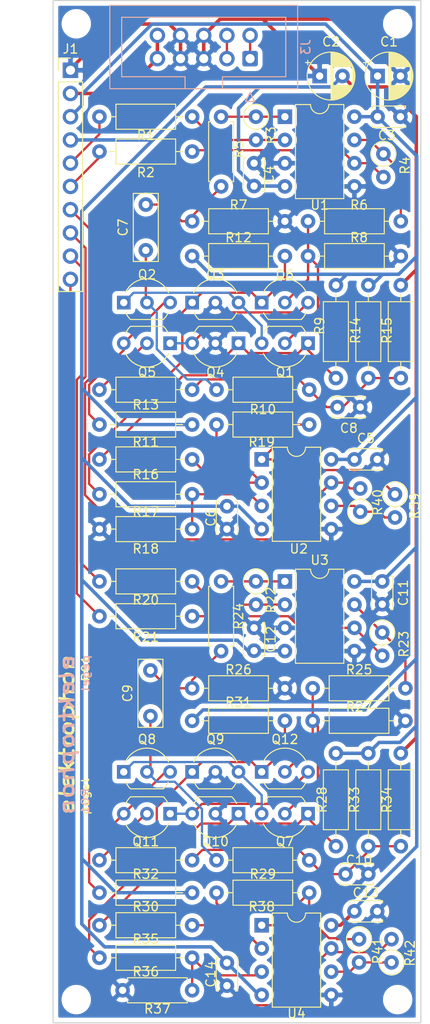
<source format=kicad_pcb>
(kicad_pcb (version 20171130) (host pcbnew "(5.1.4)-1")
  (title_block (title pegel) (date 2020-09-20) (rev R01) (comment 1 "PCB for main circuit") (comment 2 "voltage controlled attenuator and ring modulator") (comment 4 "License CC BY 4.0 - Attribution 4.0 International"))
  (layers (0 F.Cu signal) (31 B.Cu signal) (34 B.Paste user) (35 F.Paste user) (36 B.SilkS user) (37 F.SilkS user) (38 B.Mask user) (39 F.Mask user) (44 Edge.Cuts user))
  (net 0 "")
  (net 1 GND)
  (net 2 +15V)
  (net 3 -15V)
  (net 4 +5V)
  (net 5 "Net-(Q1-Pad3)")
  (net 6 "Net-(Q2-Pad3)")
  (net 7 "Net-(Q5-Pad2)")
  (net 8 Xa)
  (net 9 "Net-(C7-Pad1)")
  (net 10 "Net-(C8-Pad2)")
  (net 11 OUT_b)
  (net 12 IN_2b)
  (net 13 IN_1b)
  (net 14 OUT_a)
  (net 15 IN_2a)
  (net 16 IN_1a)
  (net 17 DIFF1_a)
  (net 18 Ya)
  (net 19 DIFF2_a)
  (net 20 "Net-(Q4-Pad3)")
  (net 21 "Net-(R1-Pad1)")
  (net 22 "Net-(R2-Pad1)")
  (net 23 "Net-(R3-Pad1)")
  (net 24 "Net-(R4-Pad1)")
  (net 25 "Net-(R16-Pad2)")
  (net 26 "Net-(R17-Pad2)")
  (net 27 "Net-(R19-Pad2)")
  (net 28 "Net-(R39-Pad2)")
  (net 29 Xb)
  (net 30 "Net-(C9-Pad1)")
  (net 31 "Net-(C10-Pad2)")
  (net 32 DIFF1_b)
  (net 33 "Net-(Q7-Pad3)")
  (net 34 Yb)
  (net 35 "Net-(Q11-Pad3)")
  (net 36 DIFF2_b)
  (net 37 "Net-(Q10-Pad3)")
  (net 38 "Net-(Q11-Pad2)")
  (net 39 "Net-(R20-Pad1)")
  (net 40 "Net-(R21-Pad1)")
  (net 41 "Net-(R22-Pad1)")
  (net 42 "Net-(R23-Pad1)")
  (net 43 "Net-(R35-Pad2)")
  (net 44 "Net-(R36-Pad2)")
  (net 45 "Net-(R38-Pad2)")
  (net 46 "Net-(R41-Pad2)")
  (module MountingHole:MountingHole_2.2mm_M2 (layer F.Cu) (at 53.34 160.02)
    (fp_text reference REF** hide)
    (fp_text value MountingHole_2.2mm_M2 hide)
    (pad 1 np_thru_hole circle (at 0 0) (size 2.2 2.2) (drill 2.2) (layers *.Cu *.Mask))
  )
  (module MountingHole:MountingHole_2.2mm_M2 (layer F.Cu) (at 88.56 160.02)
    (fp_text reference REF** hide)
    (fp_text value MountingHole_2.2mm_M2 hide)
    (pad 1 np_thru_hole circle (at 0 0) (size 2.2 2.2) (drill 2.2) (layers *.Cu *.Mask))
  )
  (module MountingHole:MountingHole_2.2mm_M2 (layer F.Cu) (at 88.56 53.34)
    (fp_text reference REF** hide)
    (fp_text value MountingHole_2.2mm_M2 hide)
    (pad 1 np_thru_hole circle (at 0 0) (size 2.2 2.2) (drill 2.2) (layers *.Cu *.Mask))
  )
  (module MountingHole:MountingHole_2.2mm_M2 (layer F.Cu) (at 53.34 53.34)
    (fp_text reference REF** hide)
    (fp_text value MountingHole_2.2mm_M2 hide)
    (pad 1 np_thru_hole circle (at 0 0) (size 2.2 2.2) (drill 2.2) (layers *.Cu *.Mask))
  )
  (module Connector_PinHeader_2.54mm:PinHeader_1x10_P2.54mm_Vertical (layer F.Cu) (at 52.705 58.42)
    (fp_text reference J1 (at 0 -2.33) (layer F.SilkS))
    (fp_text value Conn_01x10_Female)
    (pad 10 thru_hole oval (at 0 22.86) (size 1.7 1.7) (drill 1) (layers *.Cu *.Mask) (net 11 OUT_b))
    (pad 9 thru_hole oval (at 0 20.32) (size 1.7 1.7) (drill 1) (layers *.Cu *.Mask) (net 12 IN_2b))
    (pad 8 thru_hole oval (at 0 17.78) (size 1.7 1.7) (drill 1) (layers *.Cu *.Mask) (net 13 IN_1b))
    (pad 7 thru_hole oval (at 0 15.24) (size 1.7 1.7) (drill 1) (layers *.Cu *.Mask) (net 14 OUT_a))
    (pad 6 thru_hole oval (at 0 12.7) (size 1.7 1.7) (drill 1) (layers *.Cu *.Mask) (net 15 IN_2a))
    (pad 5 thru_hole oval (at 0 10.16) (size 1.7 1.7) (drill 1) (layers *.Cu *.Mask) (net 16 IN_1a))
    (pad 4 thru_hole oval (at 0 7.62) (size 1.7 1.7) (drill 1) (layers *.Cu *.Mask) (net 3 -15V))
    (pad 3 thru_hole oval (at 0 5.08) (size 1.7 1.7) (drill 1) (layers *.Cu *.Mask) (net 2 +15V))
    (pad 2 thru_hole oval (at 0 2.54) (size 1.7 1.7) (drill 1) (layers *.Cu *.Mask) (net 4 +5V))
    (pad 1 thru_hole rect (at 0 0) (size 1.7 1.7) (drill 1) (layers *.Cu *.Mask) (net 1 GND))
  )
  (module Capacitor_THT:C_Rect_L7.2mm_W2.5mm_P5.00mm_FKS2_FKP2_MKS2_MKP2 (layer F.Cu) (at 61.468 129.032 90)
    (fp_text reference C9 (at 2.5 -2.5 90) (layer F.SilkS))
    (fp_text value 0.22u)
    (pad 2 thru_hole circle (at 5 0 90) (size 1.6 1.6) (drill 0.8) (layers *.Cu *.Mask) (net 29 Xb))
    (pad 1 thru_hole circle (at 0 0 90) (size 1.6 1.6) (drill 0.8) (layers *.Cu *.Mask) (net 30 "Net-(C9-Pad1)"))
  )
  (module Capacitor_THT:C_Rect_L7.2mm_W2.5mm_P5.00mm_FKS2_FKP2_MKS2_MKP2 (layer F.Cu) (at 60.96 78.105 90)
    (fp_text reference C7 (at 2.5 -2.5 90) (layer F.SilkS))
    (fp_text value 0.22u)
    (pad 2 thru_hole circle (at 5 0 90) (size 1.6 1.6) (drill 0.8) (layers *.Cu *.Mask) (net 8 Xa))
    (pad 1 thru_hole circle (at 0 0 90) (size 1.6 1.6) (drill 0.8) (layers *.Cu *.Mask) (net 9 "Net-(C7-Pad1)"))
  )
  (module Resistor_THT:R_Axial_DIN0207_L6.3mm_D2.5mm_P7.62mm_Horizontal (layer F.Cu) (at 58.42 159.004)
    (fp_text reference R37 (at 3.81 2.032) (layer F.SilkS))
    (fp_text value 430k)
    (pad 2 thru_hole oval (at 7.62 0) (size 1.6 1.6) (drill 0.8) (layers *.Cu *.Mask) (net 44 "Net-(R36-Pad2)"))
    (pad 1 thru_hole circle (at 0 0) (size 1.6 1.6) (drill 0.8) (layers *.Cu *.Mask) (net 1 GND))
  )
  (module Resistor_THT:R_Axial_DIN0207_L6.3mm_D2.5mm_P2.54mm_Vertical (layer F.Cu) (at 87.884 155.956 90)
    (fp_text reference R42 (at 1.016 2.032 90) (layer F.SilkS))
    (fp_text value 100k)
    (pad 2 thru_hole oval (at 2.54 0 90) (size 1.6 1.6) (drill 0.8) (layers *.Cu *.Mask) (net 11 OUT_b))
    (pad 1 thru_hole circle (at 0 0 90) (size 1.6 1.6) (drill 0.8) (layers *.Cu *.Mask) (net 46 "Net-(R41-Pad2)"))
  )
  (module Resistor_THT:R_Axial_DIN0207_L6.3mm_D2.5mm_P2.54mm_Vertical (layer F.Cu) (at 84.328 153.416 270)
    (fp_text reference R41 (at 1.27 -2.032 90) (layer F.SilkS))
    (fp_text value 100k)
    (pad 2 thru_hole oval (at 2.54 0 270) (size 1.6 1.6) (drill 0.8) (layers *.Cu *.Mask) (net 46 "Net-(R41-Pad2)"))
    (pad 1 thru_hole circle (at 0 0 270) (size 1.6 1.6) (drill 0.8) (layers *.Cu *.Mask) (net 45 "Net-(R38-Pad2)"))
  )
  (module Resistor_THT:R_Axial_DIN0207_L6.3mm_D2.5mm_P7.62mm_Horizontal (layer F.Cu) (at 69.215 121.92 90)
    (fp_text reference R24 (at 3.81 1.905 90) (layer F.SilkS))
    (fp_text value 10k)
    (pad 2 thru_hole oval (at 7.62 0 90) (size 1.6 1.6) (drill 0.8) (layers *.Cu *.Mask) (net 41 "Net-(R22-Pad1)"))
    (pad 1 thru_hole circle (at 0 0 90) (size 1.6 1.6) (drill 0.8) (layers *.Cu *.Mask) (net 29 Xb))
  )
  (module Resistor_THT:R_Axial_DIN0207_L6.3mm_D2.5mm_P2.54mm_Vertical (layer F.Cu) (at 86.868 119.888 270)
    (fp_text reference R23 (at 1.27 -2.37 90) (layer F.SilkS))
    (fp_text value 100k)
    (pad 2 thru_hole oval (at 2.54 0 270) (size 1.6 1.6) (drill 0.8) (layers *.Cu *.Mask) (net 40 "Net-(R21-Pad1)"))
    (pad 1 thru_hole circle (at 0 0 270) (size 1.6 1.6) (drill 0.8) (layers *.Cu *.Mask) (net 42 "Net-(R23-Pad1)"))
  )
  (module Resistor_THT:R_Axial_DIN0207_L6.3mm_D2.5mm_P2.54mm_Vertical (layer F.Cu) (at 73.025 114.3 270)
    (fp_text reference R22 (at 2.032 -1.651 90) (layer F.SilkS))
    (fp_text value 100k)
    (pad 2 thru_hole oval (at 2.54 0 270) (size 1.6 1.6) (drill 0.8) (layers *.Cu *.Mask) (net 39 "Net-(R20-Pad1)"))
    (pad 1 thru_hole circle (at 0 0 270) (size 1.6 1.6) (drill 0.8) (layers *.Cu *.Mask) (net 41 "Net-(R22-Pad1)"))
  )
  (module Package_DIP:DIP-8_W7.62mm (layer F.Cu) (at 73.66 151.892)
    (fp_text reference U4 (at 3.81 9.652) (layer F.SilkS))
    (fp_text value TL072)
    (pad 8 thru_hole oval (at 7.62 0) (size 1.6 1.6) (drill 0.8) (layers *.Cu *.Mask) (net 2 +15V))
    (pad 4 thru_hole oval (at 0 7.62) (size 1.6 1.6) (drill 0.8) (layers *.Cu *.Mask) (net 3 -15V))
    (pad 7 thru_hole oval (at 7.62 2.54) (size 1.6 1.6) (drill 0.8) (layers *.Cu *.Mask) (net 11 OUT_b))
    (pad 3 thru_hole oval (at 0 5.08) (size 1.6 1.6) (drill 0.8) (layers *.Cu *.Mask) (net 44 "Net-(R36-Pad2)"))
    (pad 6 thru_hole oval (at 7.62 5.08) (size 1.6 1.6) (drill 0.8) (layers *.Cu *.Mask) (net 46 "Net-(R41-Pad2)"))
    (pad 2 thru_hole oval (at 0 2.54) (size 1.6 1.6) (drill 0.8) (layers *.Cu *.Mask) (net 43 "Net-(R35-Pad2)"))
    (pad 5 thru_hole oval (at 7.62 7.62) (size 1.6 1.6) (drill 0.8) (layers *.Cu *.Mask) (net 1 GND))
    (pad 1 thru_hole rect (at 0 0) (size 1.6 1.6) (drill 0.8) (layers *.Cu *.Mask) (net 45 "Net-(R38-Pad2)"))
  )
  (module Package_DIP:DIP-8_W7.62mm (layer F.Cu) (at 76.2 114.3)
    (fp_text reference U3 (at 3.81 -2.33) (layer F.SilkS))
    (fp_text value TL072)
    (pad 8 thru_hole oval (at 7.62 0) (size 1.6 1.6) (drill 0.8) (layers *.Cu *.Mask) (net 2 +15V))
    (pad 4 thru_hole oval (at 0 7.62) (size 1.6 1.6) (drill 0.8) (layers *.Cu *.Mask) (net 3 -15V))
    (pad 7 thru_hole oval (at 7.62 2.54) (size 1.6 1.6) (drill 0.8) (layers *.Cu *.Mask) (net 42 "Net-(R23-Pad1)"))
    (pad 3 thru_hole oval (at 0 5.08) (size 1.6 1.6) (drill 0.8) (layers *.Cu *.Mask) (net 1 GND))
    (pad 6 thru_hole oval (at 7.62 5.08) (size 1.6 1.6) (drill 0.8) (layers *.Cu *.Mask) (net 40 "Net-(R21-Pad1)"))
    (pad 2 thru_hole oval (at 0 2.54) (size 1.6 1.6) (drill 0.8) (layers *.Cu *.Mask) (net 39 "Net-(R20-Pad1)"))
    (pad 5 thru_hole oval (at 7.62 7.62) (size 1.6 1.6) (drill 0.8) (layers *.Cu *.Mask) (net 1 GND))
    (pad 1 thru_hole rect (at 0 0) (size 1.6 1.6) (drill 0.8) (layers *.Cu *.Mask) (net 41 "Net-(R22-Pad1)"))
  )
  (module Resistor_THT:R_Axial_DIN0207_L6.3mm_D2.5mm_P10.16mm_Horizontal (layer F.Cu) (at 68.707 148.336)
    (fp_text reference R38 (at 4.953 1.524) (layer F.SilkS))
    (fp_text value 430k)
    (pad 1 thru_hole circle (at 0 0) (size 1.6 1.6) (drill 0.8) (layers *.Cu *.Mask) (net 43 "Net-(R35-Pad2)"))
    (pad 2 thru_hole oval (at 10.16 0) (size 1.6 1.6) (drill 0.8) (layers *.Cu *.Mask) (net 45 "Net-(R38-Pad2)"))
  )
  (module Resistor_THT:R_Axial_DIN0207_L6.3mm_D2.5mm_P10.16mm_Horizontal (layer F.Cu) (at 55.88 155.448)
    (fp_text reference R36 (at 5.08 1.524) (layer F.SilkS))
    (fp_text value 10k)
    (pad 2 thru_hole oval (at 10.16 0) (size 1.6 1.6) (drill 0.8) (layers *.Cu *.Mask) (net 44 "Net-(R36-Pad2)"))
    (pad 1 thru_hole circle (at 0 0) (size 1.6 1.6) (drill 0.8) (layers *.Cu *.Mask) (net 36 DIFF2_b))
  )
  (module Resistor_THT:R_Axial_DIN0207_L6.3mm_D2.5mm_P10.16mm_Horizontal (layer F.Cu) (at 55.88 151.892)
    (fp_text reference R35 (at 5.08 1.524) (layer F.SilkS))
    (fp_text value 10k)
    (pad 2 thru_hole oval (at 10.16 0) (size 1.6 1.6) (drill 0.8) (layers *.Cu *.Mask) (net 43 "Net-(R35-Pad2)"))
    (pad 1 thru_hole circle (at 0 0) (size 1.6 1.6) (drill 0.8) (layers *.Cu *.Mask) (net 32 DIFF1_b))
  )
  (module Resistor_THT:R_Axial_DIN0207_L6.3mm_D2.5mm_P10.16mm_Horizontal (layer F.Cu) (at 88.9 143.256 90)
    (fp_text reference R34 (at 5.08 -1.524 90) (layer F.SilkS))
    (fp_text value 1k)
    (pad 2 thru_hole oval (at 10.16 0 90) (size 1.6 1.6) (drill 0.8) (layers *.Cu *.Mask) (net 3 -15V))
    (pad 1 thru_hole circle (at 0 0 90) (size 1.6 1.6) (drill 0.8) (layers *.Cu *.Mask) (net 31 "Net-(C10-Pad2)"))
  )
  (module Resistor_THT:R_Axial_DIN0207_L6.3mm_D2.5mm_P10.16mm_Horizontal (layer F.Cu) (at 85.344 133.096 270)
    (fp_text reference R33 (at 5.08 1.524 90) (layer F.SilkS))
    (fp_text value 3k)
    (pad 2 thru_hole oval (at 10.16 0 270) (size 1.6 1.6) (drill 0.8) (layers *.Cu *.Mask) (net 31 "Net-(C10-Pad2)"))
    (pad 1 thru_hole circle (at 0 0 270) (size 1.6 1.6) (drill 0.8) (layers *.Cu *.Mask) (net 2 +15V))
  )
  (module Resistor_THT:R_Axial_DIN0207_L6.3mm_D2.5mm_P10.16mm_Horizontal (layer F.Cu) (at 66.04 144.78 180)
    (fp_text reference R32 (at 5.08 -1.524) (layer F.SilkS))
    (fp_text value 2.2k)
    (pad 2 thru_hole oval (at 10.16 0 180) (size 1.6 1.6) (drill 0.8) (layers *.Cu *.Mask) (net 38 "Net-(Q11-Pad2)"))
    (pad 1 thru_hole circle (at 0 0 180) (size 1.6 1.6) (drill 0.8) (layers *.Cu *.Mask) (net 31 "Net-(C10-Pad2)"))
  )
  (module Resistor_THT:R_Axial_DIN0207_L6.3mm_D2.5mm_P10.16mm_Horizontal (layer F.Cu) (at 66.04 129.54)
    (fp_text reference R31 (at 5.08 -2.032) (layer F.SilkS))
    (fp_text value 750)
    (pad 2 thru_hole oval (at 10.16 0) (size 1.6 1.6) (drill 0.8) (layers *.Cu *.Mask) (net 36 DIFF2_b))
    (pad 1 thru_hole circle (at 0 0) (size 1.6 1.6) (drill 0.8) (layers *.Cu *.Mask) (net 2 +15V))
  )
  (module Resistor_THT:R_Axial_DIN0207_L6.3mm_D2.5mm_P10.16mm_Horizontal (layer F.Cu) (at 55.88 148.336)
    (fp_text reference R30 (at 5.08 1.524) (layer F.SilkS))
    (fp_text value 750)
    (pad 2 thru_hole oval (at 10.16 0) (size 1.6 1.6) (drill 0.8) (layers *.Cu *.Mask) (net 3 -15V))
    (pad 1 thru_hole circle (at 0 0) (size 1.6 1.6) (drill 0.8) (layers *.Cu *.Mask) (net 35 "Net-(Q11-Pad3)"))
  )
  (module Resistor_THT:R_Axial_DIN0207_L6.3mm_D2.5mm_P10.16mm_Horizontal (layer F.Cu) (at 78.867 144.78 180)
    (fp_text reference R29 (at 5.08 -1.524) (layer F.SilkS))
    (fp_text value 2.2k)
    (pad 1 thru_hole circle (at 0 0 180) (size 1.6 1.6) (drill 0.8) (layers *.Cu *.Mask) (net 31 "Net-(C10-Pad2)"))
    (pad 2 thru_hole oval (at 10.16 0 180) (size 1.6 1.6) (drill 0.8) (layers *.Cu *.Mask) (net 30 "Net-(C9-Pad1)"))
  )
  (module Resistor_THT:R_Axial_DIN0207_L6.3mm_D2.5mm_P10.16mm_Horizontal (layer F.Cu) (at 81.788 133.096 270)
    (fp_text reference R28 (at 5.08 1.524 90) (layer F.SilkS))
    (fp_text value 750)
    (pad 2 thru_hole oval (at 10.16 0 270) (size 1.6 1.6) (drill 0.8) (layers *.Cu *.Mask) (net 32 DIFF1_b))
    (pad 1 thru_hole circle (at 0 0 270) (size 1.6 1.6) (drill 0.8) (layers *.Cu *.Mask) (net 2 +15V))
  )
  (module Resistor_THT:R_Axial_DIN0207_L6.3mm_D2.5mm_P10.16mm_Horizontal (layer F.Cu) (at 89.408 129.54 180)
    (fp_text reference R27 (at 5.08 1.524) (layer F.SilkS))
    (fp_text value 22)
    (pad 2 thru_hole oval (at 10.16 0 180) (size 1.6 1.6) (drill 0.8) (layers *.Cu *.Mask) (net 34 Yb))
    (pad 1 thru_hole circle (at 0 0 180) (size 1.6 1.6) (drill 0.8) (layers *.Cu *.Mask) (net 1 GND))
  )
  (module Resistor_THT:R_Axial_DIN0207_L6.3mm_D2.5mm_P10.16mm_Horizontal (layer F.Cu) (at 76.2 125.984 180)
    (fp_text reference R26 (at 5.08 2.032) (layer F.SilkS))
    (fp_text value 22)
    (pad 2 thru_hole oval (at 10.16 0 180) (size 1.6 1.6) (drill 0.8) (layers *.Cu *.Mask) (net 29 Xb))
    (pad 1 thru_hole circle (at 0 0 180) (size 1.6 1.6) (drill 0.8) (layers *.Cu *.Mask) (net 1 GND))
  )
  (module Resistor_THT:R_Axial_DIN0207_L6.3mm_D2.5mm_P10.16mm_Horizontal (layer F.Cu) (at 79.248 125.984)
    (fp_text reference R25 (at 5.08 -2.032) (layer F.SilkS))
    (fp_text value 10k)
    (pad 2 thru_hole oval (at 10.16 0) (size 1.6 1.6) (drill 0.8) (layers *.Cu *.Mask) (net 42 "Net-(R23-Pad1)"))
    (pad 1 thru_hole circle (at 0 0) (size 1.6 1.6) (drill 0.8) (layers *.Cu *.Mask) (net 34 Yb))
  )
  (module Resistor_THT:R_Axial_DIN0207_L6.3mm_D2.5mm_P10.16mm_Horizontal (layer F.Cu) (at 66.04 118.11 180)
    (fp_text reference R21 (at 5.08 -2.286) (layer F.SilkS))
    (fp_text value 100k)
    (pad 2 thru_hole oval (at 10.16 0 180) (size 1.6 1.6) (drill 0.8) (layers *.Cu *.Mask) (net 12 IN_2b))
    (pad 1 thru_hole circle (at 0 0 180) (size 1.6 1.6) (drill 0.8) (layers *.Cu *.Mask) (net 40 "Net-(R21-Pad1)"))
  )
  (module Resistor_THT:R_Axial_DIN0207_L6.3mm_D2.5mm_P10.16mm_Horizontal (layer F.Cu) (at 66.04 114.3 180)
    (fp_text reference R20 (at 5.08 -2.032) (layer F.SilkS))
    (fp_text value 100k)
    (pad 2 thru_hole oval (at 10.16 0 180) (size 1.6 1.6) (drill 0.8) (layers *.Cu *.Mask) (net 13 IN_1b))
    (pad 1 thru_hole circle (at 0 0 180) (size 1.6 1.6) (drill 0.8) (layers *.Cu *.Mask) (net 39 "Net-(R20-Pad1)"))
  )
  (module Package_TO_SOT_THT:TO-92_Inline_Wide (layer F.Cu) (at 73.66 135.128)
    (fp_text reference Q12 (at 2.54 -3.56) (layer F.SilkS))
    (fp_text value BC550)
    (pad 1 thru_hole rect (at 0 0 90) (size 1.5 1.5) (drill 0.8) (layers *.Cu *.Mask) (net 36 DIFF2_b))
    (pad 3 thru_hole circle (at 5.08 0 90) (size 1.5 1.5) (drill 0.8) (layers *.Cu *.Mask) (net 37 "Net-(Q10-Pad3)"))
    (pad 2 thru_hole circle (at 2.54 0 90) (size 1.5 1.5) (drill 0.8) (layers *.Cu *.Mask) (net 34 Yb))
  )
  (module Package_TO_SOT_THT:TO-92_Inline_Wide (layer F.Cu) (at 63.627 139.7 180)
    (fp_text reference Q11 (at 2.667 -3.048) (layer F.SilkS))
    (fp_text value BC550)
    (pad 1 thru_hole rect (at 0 0 270) (size 1.5 1.5) (drill 0.8) (layers *.Cu *.Mask) (net 37 "Net-(Q10-Pad3)"))
    (pad 3 thru_hole circle (at 5.08 0 270) (size 1.5 1.5) (drill 0.8) (layers *.Cu *.Mask) (net 35 "Net-(Q11-Pad3)"))
    (pad 2 thru_hole circle (at 2.54 0 270) (size 1.5 1.5) (drill 0.8) (layers *.Cu *.Mask) (net 38 "Net-(Q11-Pad2)"))
  )
  (module Package_TO_SOT_THT:TO-92_Inline_Wide (layer F.Cu) (at 71.12 139.7 180)
    (fp_text reference Q10 (at 2.54 -3.048) (layer F.SilkS))
    (fp_text value BC550)
    (pad 1 thru_hole rect (at 0 0 270) (size 1.5 1.5) (drill 0.8) (layers *.Cu *.Mask) (net 32 DIFF1_b))
    (pad 3 thru_hole circle (at 5.08 0 270) (size 1.5 1.5) (drill 0.8) (layers *.Cu *.Mask) (net 37 "Net-(Q10-Pad3)"))
    (pad 2 thru_hole circle (at 2.54 0 270) (size 1.5 1.5) (drill 0.8) (layers *.Cu *.Mask) (net 1 GND))
  )
  (module Package_TO_SOT_THT:TO-92_Inline_Wide (layer F.Cu) (at 66.04 135.128)
    (fp_text reference Q9 (at 2.54 -3.56) (layer F.SilkS))
    (fp_text value BC550)
    (pad 1 thru_hole rect (at 0 0 90) (size 1.5 1.5) (drill 0.8) (layers *.Cu *.Mask) (net 36 DIFF2_b))
    (pad 3 thru_hole circle (at 5.08 0 90) (size 1.5 1.5) (drill 0.8) (layers *.Cu *.Mask) (net 33 "Net-(Q7-Pad3)"))
    (pad 2 thru_hole circle (at 2.54 0 90) (size 1.5 1.5) (drill 0.8) (layers *.Cu *.Mask) (net 1 GND))
  )
  (module Package_TO_SOT_THT:TO-92_Inline_Wide (layer F.Cu) (at 58.547 135.128)
    (fp_text reference Q8 (at 2.54 -3.56) (layer F.SilkS))
    (fp_text value BC550)
    (pad 1 thru_hole rect (at 0 0 90) (size 1.5 1.5) (drill 0.8) (layers *.Cu *.Mask) (net 33 "Net-(Q7-Pad3)"))
    (pad 3 thru_hole circle (at 5.08 0 90) (size 1.5 1.5) (drill 0.8) (layers *.Cu *.Mask) (net 35 "Net-(Q11-Pad3)"))
    (pad 2 thru_hole circle (at 2.54 0 90) (size 1.5 1.5) (drill 0.8) (layers *.Cu *.Mask) (net 30 "Net-(C9-Pad1)"))
  )
  (module Package_TO_SOT_THT:TO-92_Inline_Wide (layer F.Cu) (at 78.74 139.7 180)
    (fp_text reference Q7 (at 2.54 -3.048) (layer F.SilkS))
    (fp_text value BC550)
    (pad 1 thru_hole rect (at 0 0 270) (size 1.5 1.5) (drill 0.8) (layers *.Cu *.Mask) (net 32 DIFF1_b))
    (pad 3 thru_hole circle (at 5.08 0 270) (size 1.5 1.5) (drill 0.8) (layers *.Cu *.Mask) (net 33 "Net-(Q7-Pad3)"))
    (pad 2 thru_hole circle (at 2.54 0 270) (size 1.5 1.5) (drill 0.8) (layers *.Cu *.Mask) (net 34 Yb))
  )
  (module Capacitor_THT:C_Disc_D3.4mm_W2.1mm_P2.50mm (layer F.Cu) (at 69.85 158.496 90)
    (fp_text reference C14 (at 1.25 -1.778 90) (layer F.SilkS))
    (fp_text value 0.1u)
    (pad 2 thru_hole circle (at 2.5 0 90) (size 1.6 1.6) (drill 0.8) (layers *.Cu *.Mask) (net 3 -15V))
    (pad 1 thru_hole circle (at 0 0 90) (size 1.6 1.6) (drill 0.8) (layers *.Cu *.Mask) (net 1 GND))
  )
  (module Capacitor_THT:C_Disc_D3.4mm_W2.1mm_P2.50mm (layer F.Cu) (at 83.82 150.368)
    (fp_text reference C13 (at 1.25 -2.032) (layer F.SilkS))
    (fp_text value 0.1u)
    (pad 2 thru_hole circle (at 2.5 0) (size 1.6 1.6) (drill 0.8) (layers *.Cu *.Mask) (net 1 GND))
    (pad 1 thru_hole circle (at 0 0) (size 1.6 1.6) (drill 0.8) (layers *.Cu *.Mask) (net 2 +15V))
  )
  (module Capacitor_THT:C_Disc_D3.4mm_W2.1mm_P2.50mm (layer F.Cu) (at 72.825 119.38 270)
    (fp_text reference C12 (at 1.25 -1.851 90) (layer F.SilkS))
    (fp_text value 0.1u)
    (pad 2 thru_hole circle (at 2.5 0 270) (size 1.6 1.6) (drill 0.8) (layers *.Cu *.Mask) (net 3 -15V))
    (pad 1 thru_hole circle (at 0 0 270) (size 1.6 1.6) (drill 0.8) (layers *.Cu *.Mask) (net 1 GND))
  )
  (module Capacitor_THT:C_Disc_D3.4mm_W2.1mm_P2.50mm (layer F.Cu) (at 86.868 114.3 270)
    (fp_text reference C11 (at 1.25 -2.3 90) (layer F.SilkS))
    (fp_text value 0.1u)
    (pad 2 thru_hole circle (at 2.5 0 270) (size 1.6 1.6) (drill 0.8) (layers *.Cu *.Mask) (net 1 GND))
    (pad 1 thru_hole circle (at 0 0 270) (size 1.6 1.6) (drill 0.8) (layers *.Cu *.Mask) (net 2 +15V))
  )
  (module Capacitor_THT:C_Disc_D3.4mm_W2.1mm_P2.50mm (layer F.Cu) (at 85.344 146.304 180)
    (fp_text reference C10 (at 1.016 1.524) (layer F.SilkS))
    (fp_text value 0.1u)
    (pad 2 thru_hole circle (at 2.5 0 180) (size 1.6 1.6) (drill 0.8) (layers *.Cu *.Mask) (net 31 "Net-(C10-Pad2)"))
    (pad 1 thru_hole circle (at 0 0 180) (size 1.6 1.6) (drill 0.8) (layers *.Cu *.Mask) (net 1 GND))
  )
  (module Resistor_THT:R_Axial_DIN0207_L6.3mm_D2.5mm_P2.54mm_Vertical (layer F.Cu) (at 84.455 106.68 90)
    (fp_text reference R40 (at 1.016 1.905 90) (layer F.SilkS))
    (fp_text value 100k)
    (pad 2 thru_hole oval (at 2.54 0 90) (size 1.6 1.6) (drill 0.8) (layers *.Cu *.Mask) (net 14 OUT_a))
    (pad 1 thru_hole circle (at 0 0 90) (size 1.6 1.6) (drill 0.8) (layers *.Cu *.Mask) (net 28 "Net-(R39-Pad2)"))
  )
  (module Resistor_THT:R_Axial_DIN0207_L6.3mm_D2.5mm_P2.54mm_Vertical (layer F.Cu) (at 88.265 104.775 270)
    (fp_text reference R39 (at 1.27 -2.159 90) (layer F.SilkS))
    (fp_text value 100k)
    (pad 2 thru_hole oval (at 2.54 0 270) (size 1.6 1.6) (drill 0.8) (layers *.Cu *.Mask) (net 28 "Net-(R39-Pad2)"))
    (pad 1 thru_hole circle (at 0 0 270) (size 1.6 1.6) (drill 0.8) (layers *.Cu *.Mask) (net 27 "Net-(R19-Pad2)"))
  )
  (module Resistor_THT:R_Axial_DIN0207_L6.3mm_D2.5mm_P7.62mm_Horizontal (layer F.Cu) (at 69.215 71.12 90)
    (fp_text reference R5 (at 4.064 1.905 90) (layer F.SilkS))
    (fp_text value 10k)
    (pad 2 thru_hole oval (at 7.62 0 90) (size 1.6 1.6) (drill 0.8) (layers *.Cu *.Mask) (net 23 "Net-(R3-Pad1)"))
    (pad 1 thru_hole circle (at 0 0 90) (size 1.6 1.6) (drill 0.8) (layers *.Cu *.Mask) (net 8 Xa))
  )
  (module Resistor_THT:R_Axial_DIN0207_L6.3mm_D2.5mm_P2.54mm_Vertical (layer F.Cu) (at 86.995 67.564 270)
    (fp_text reference R4 (at 1.27 -2.37 90) (layer F.SilkS))
    (fp_text value 100k)
    (pad 2 thru_hole oval (at 2.54 0 270) (size 1.6 1.6) (drill 0.8) (layers *.Cu *.Mask) (net 22 "Net-(R2-Pad1)"))
    (pad 1 thru_hole circle (at 0 0 270) (size 1.6 1.6) (drill 0.8) (layers *.Cu *.Mask) (net 24 "Net-(R4-Pad1)"))
  )
  (module Resistor_THT:R_Axial_DIN0207_L6.3mm_D2.5mm_P2.54mm_Vertical (layer F.Cu) (at 73.025 63.5 270)
    (fp_text reference R3 (at 2.032 -1.651 90) (layer F.SilkS))
    (fp_text value 100k)
    (pad 2 thru_hole oval (at 2.54 0 270) (size 1.6 1.6) (drill 0.8) (layers *.Cu *.Mask) (net 21 "Net-(R1-Pad1)"))
    (pad 1 thru_hole circle (at 0 0 270) (size 1.6 1.6) (drill 0.8) (layers *.Cu *.Mask) (net 23 "Net-(R3-Pad1)"))
  )
  (module Package_DIP:DIP-8_W7.62mm (layer F.Cu) (at 73.66 100.965)
    (fp_text reference U2 (at 4.064 9.779) (layer F.SilkS))
    (fp_text value TL072)
    (pad 8 thru_hole oval (at 7.62 0) (size 1.6 1.6) (drill 0.8) (layers *.Cu *.Mask) (net 2 +15V))
    (pad 4 thru_hole oval (at 0 7.62) (size 1.6 1.6) (drill 0.8) (layers *.Cu *.Mask) (net 3 -15V))
    (pad 7 thru_hole oval (at 7.62 2.54) (size 1.6 1.6) (drill 0.8) (layers *.Cu *.Mask) (net 14 OUT_a))
    (pad 3 thru_hole oval (at 0 5.08) (size 1.6 1.6) (drill 0.8) (layers *.Cu *.Mask) (net 26 "Net-(R17-Pad2)"))
    (pad 6 thru_hole oval (at 7.62 5.08) (size 1.6 1.6) (drill 0.8) (layers *.Cu *.Mask) (net 28 "Net-(R39-Pad2)"))
    (pad 2 thru_hole oval (at 0 2.54) (size 1.6 1.6) (drill 0.8) (layers *.Cu *.Mask) (net 25 "Net-(R16-Pad2)"))
    (pad 5 thru_hole oval (at 7.62 7.62) (size 1.6 1.6) (drill 0.8) (layers *.Cu *.Mask) (net 1 GND))
    (pad 1 thru_hole rect (at 0 0) (size 1.6 1.6) (drill 0.8) (layers *.Cu *.Mask) (net 27 "Net-(R19-Pad2)"))
  )
  (module Package_DIP:DIP-8_W7.62mm (layer F.Cu) (at 76.2 63.5)
    (fp_text reference U1 (at 3.81 9.652) (layer F.SilkS))
    (fp_text value TL072)
    (pad 8 thru_hole oval (at 7.62 0) (size 1.6 1.6) (drill 0.8) (layers *.Cu *.Mask) (net 2 +15V))
    (pad 4 thru_hole oval (at 0 7.62) (size 1.6 1.6) (drill 0.8) (layers *.Cu *.Mask) (net 3 -15V))
    (pad 7 thru_hole oval (at 7.62 2.54) (size 1.6 1.6) (drill 0.8) (layers *.Cu *.Mask) (net 24 "Net-(R4-Pad1)"))
    (pad 3 thru_hole oval (at 0 5.08) (size 1.6 1.6) (drill 0.8) (layers *.Cu *.Mask) (net 1 GND))
    (pad 6 thru_hole oval (at 7.62 5.08) (size 1.6 1.6) (drill 0.8) (layers *.Cu *.Mask) (net 22 "Net-(R2-Pad1)"))
    (pad 2 thru_hole oval (at 0 2.54) (size 1.6 1.6) (drill 0.8) (layers *.Cu *.Mask) (net 21 "Net-(R1-Pad1)"))
    (pad 5 thru_hole oval (at 7.62 7.62) (size 1.6 1.6) (drill 0.8) (layers *.Cu *.Mask) (net 1 GND))
    (pad 1 thru_hole rect (at 0 0) (size 1.6 1.6) (drill 0.8) (layers *.Cu *.Mask) (net 23 "Net-(R3-Pad1)"))
  )
  (module Resistor_THT:R_Axial_DIN0207_L6.3mm_D2.5mm_P10.16mm_Horizontal (layer F.Cu) (at 68.707 97.155)
    (fp_text reference R19 (at 4.953 1.905) (layer F.SilkS))
    (fp_text value 430k)
    (pad 2 thru_hole oval (at 10.16 0) (size 1.6 1.6) (drill 0.8) (layers *.Cu *.Mask) (net 27 "Net-(R19-Pad2)"))
    (pad 1 thru_hole circle (at 0 0) (size 1.6 1.6) (drill 0.8) (layers *.Cu *.Mask) (net 25 "Net-(R16-Pad2)"))
  )
  (module Resistor_THT:R_Axial_DIN0207_L6.3mm_D2.5mm_P10.16mm_Horizontal (layer F.Cu) (at 55.88 108.585)
    (fp_text reference R18 (at 5.08 2.159) (layer F.SilkS))
    (fp_text value 430k)
    (pad 2 thru_hole oval (at 10.16 0) (size 1.6 1.6) (drill 0.8) (layers *.Cu *.Mask) (net 26 "Net-(R17-Pad2)"))
    (pad 1 thru_hole circle (at 0 0) (size 1.6 1.6) (drill 0.8) (layers *.Cu *.Mask) (net 1 GND))
  )
  (module Resistor_THT:R_Axial_DIN0207_L6.3mm_D2.5mm_P10.16mm_Horizontal (layer F.Cu) (at 55.88 104.775)
    (fp_text reference R17 (at 5.08 1.905) (layer F.SilkS))
    (fp_text value 10k)
    (pad 2 thru_hole oval (at 10.16 0) (size 1.6 1.6) (drill 0.8) (layers *.Cu *.Mask) (net 26 "Net-(R17-Pad2)"))
    (pad 1 thru_hole circle (at 0 0) (size 1.6 1.6) (drill 0.8) (layers *.Cu *.Mask) (net 19 DIFF2_a))
  )
  (module Resistor_THT:R_Axial_DIN0207_L6.3mm_D2.5mm_P10.16mm_Horizontal (layer F.Cu) (at 55.88 100.965)
    (fp_text reference R16 (at 5.08 1.651) (layer F.SilkS))
    (fp_text value 10k)
    (pad 2 thru_hole oval (at 10.16 0) (size 1.6 1.6) (drill 0.8) (layers *.Cu *.Mask) (net 25 "Net-(R16-Pad2)"))
    (pad 1 thru_hole circle (at 0 0) (size 1.6 1.6) (drill 0.8) (layers *.Cu *.Mask) (net 17 DIFF1_a))
  )
  (module Resistor_THT:R_Axial_DIN0207_L6.3mm_D2.5mm_P10.16mm_Horizontal (layer F.Cu) (at 88.9 92.075 90)
    (fp_text reference R15 (at 5.207 -1.524 90) (layer F.SilkS))
    (fp_text value 1k)
    (pad 2 thru_hole oval (at 10.16 0 90) (size 1.6 1.6) (drill 0.8) (layers *.Cu *.Mask) (net 3 -15V))
    (pad 1 thru_hole circle (at 0 0 90) (size 1.6 1.6) (drill 0.8) (layers *.Cu *.Mask) (net 10 "Net-(C8-Pad2)"))
  )
  (module Resistor_THT:R_Axial_DIN0207_L6.3mm_D2.5mm_P10.16mm_Horizontal (layer F.Cu) (at 85.344 81.915 270)
    (fp_text reference R14 (at 4.953 1.397 90) (layer F.SilkS))
    (fp_text value 3k)
    (pad 2 thru_hole oval (at 10.16 0 270) (size 1.6 1.6) (drill 0.8) (layers *.Cu *.Mask) (net 10 "Net-(C8-Pad2)"))
    (pad 1 thru_hole circle (at 0 0 270) (size 1.6 1.6) (drill 0.8) (layers *.Cu *.Mask) (net 2 +15V))
  )
  (module Resistor_THT:R_Axial_DIN0207_L6.3mm_D2.5mm_P10.16mm_Horizontal (layer F.Cu) (at 66.04 93.345 180)
    (fp_text reference R13 (at 5.08 -1.651) (layer F.SilkS))
    (fp_text value 2.2k)
    (pad 2 thru_hole oval (at 10.16 0 180) (size 1.6 1.6) (drill 0.8) (layers *.Cu *.Mask) (net 7 "Net-(Q5-Pad2)"))
    (pad 1 thru_hole circle (at 0 0 180) (size 1.6 1.6) (drill 0.8) (layers *.Cu *.Mask) (net 10 "Net-(C8-Pad2)"))
  )
  (module Resistor_THT:R_Axial_DIN0207_L6.3mm_D2.5mm_P10.16mm_Horizontal (layer F.Cu) (at 66.04 78.74)
    (fp_text reference R12 (at 5.08 -2.032) (layer F.SilkS))
    (fp_text value 750)
    (pad 2 thru_hole oval (at 10.16 0) (size 1.6 1.6) (drill 0.8) (layers *.Cu *.Mask) (net 19 DIFF2_a))
    (pad 1 thru_hole circle (at 0 0) (size 1.6 1.6) (drill 0.8) (layers *.Cu *.Mask) (net 2 +15V))
  )
  (module Resistor_THT:R_Axial_DIN0207_L6.3mm_D2.5mm_P10.16mm_Horizontal (layer F.Cu) (at 55.88 97.155)
    (fp_text reference R11 (at 5.08 1.905) (layer F.SilkS))
    (fp_text value 750)
    (pad 2 thru_hole oval (at 10.16 0) (size 1.6 1.6) (drill 0.8) (layers *.Cu *.Mask) (net 3 -15V))
    (pad 1 thru_hole circle (at 0 0) (size 1.6 1.6) (drill 0.8) (layers *.Cu *.Mask) (net 6 "Net-(Q2-Pad3)"))
  )
  (module Resistor_THT:R_Axial_DIN0207_L6.3mm_D2.5mm_P10.16mm_Horizontal (layer F.Cu) (at 78.867 93.345 180)
    (fp_text reference R10 (at 5.08 -2.159) (layer F.SilkS))
    (fp_text value 2.2k)
    (pad 1 thru_hole circle (at 0 0 180) (size 1.6 1.6) (drill 0.8) (layers *.Cu *.Mask) (net 10 "Net-(C8-Pad2)"))
    (pad 2 thru_hole oval (at 10.16 0 180) (size 1.6 1.6) (drill 0.8) (layers *.Cu *.Mask) (net 9 "Net-(C7-Pad1)"))
  )
  (module Resistor_THT:R_Axial_DIN0207_L6.3mm_D2.5mm_P10.16mm_Horizontal (layer F.Cu) (at 81.788 81.915 270)
    (fp_text reference R9 (at 4.445 1.778 90) (layer F.SilkS))
    (fp_text value 750)
    (pad 2 thru_hole oval (at 10.16 0 270) (size 1.6 1.6) (drill 0.8) (layers *.Cu *.Mask) (net 17 DIFF1_a))
    (pad 1 thru_hole circle (at 0 0 270) (size 1.6 1.6) (drill 0.8) (layers *.Cu *.Mask) (net 2 +15V))
  )
  (module Resistor_THT:R_Axial_DIN0207_L6.3mm_D2.5mm_P10.16mm_Horizontal (layer F.Cu) (at 88.9 78.74 180)
    (fp_text reference R8 (at 4.572 2.032) (layer F.SilkS))
    (fp_text value 22)
    (pad 2 thru_hole oval (at 10.16 0 180) (size 1.6 1.6) (drill 0.8) (layers *.Cu *.Mask) (net 18 Ya))
    (pad 1 thru_hole circle (at 0 0 180) (size 1.6 1.6) (drill 0.8) (layers *.Cu *.Mask) (net 1 GND))
  )
  (module Resistor_THT:R_Axial_DIN0207_L6.3mm_D2.5mm_P10.16mm_Horizontal (layer F.Cu) (at 76.2 74.93 180)
    (fp_text reference R7 (at 5.08 1.778) (layer F.SilkS))
    (fp_text value 22)
    (pad 2 thru_hole oval (at 10.16 0 180) (size 1.6 1.6) (drill 0.8) (layers *.Cu *.Mask) (net 8 Xa))
    (pad 1 thru_hole circle (at 0 0 180) (size 1.6 1.6) (drill 0.8) (layers *.Cu *.Mask) (net 1 GND))
  )
  (module Resistor_THT:R_Axial_DIN0207_L6.3mm_D2.5mm_P10.16mm_Horizontal (layer F.Cu) (at 78.74 74.93)
    (fp_text reference R6 (at 5.588 -1.778) (layer F.SilkS))
    (fp_text value 10k)
    (pad 2 thru_hole oval (at 10.16 0) (size 1.6 1.6) (drill 0.8) (layers *.Cu *.Mask) (net 24 "Net-(R4-Pad1)"))
    (pad 1 thru_hole circle (at 0 0) (size 1.6 1.6) (drill 0.8) (layers *.Cu *.Mask) (net 18 Ya))
  )
  (module Resistor_THT:R_Axial_DIN0207_L6.3mm_D2.5mm_P10.16mm_Horizontal (layer F.Cu) (at 66.04 67.31 180)
    (fp_text reference R2 (at 5.08 -2.286) (layer F.SilkS))
    (fp_text value 100k)
    (pad 2 thru_hole oval (at 10.16 0 180) (size 1.6 1.6) (drill 0.8) (layers *.Cu *.Mask) (net 15 IN_2a))
    (pad 1 thru_hole circle (at 0 0 180) (size 1.6 1.6) (drill 0.8) (layers *.Cu *.Mask) (net 22 "Net-(R2-Pad1)"))
  )
  (module Resistor_THT:R_Axial_DIN0207_L6.3mm_D2.5mm_P10.16mm_Horizontal (layer F.Cu) (at 66.04 63.5 180)
    (fp_text reference R1 (at 5.08 -2.032) (layer F.SilkS))
    (fp_text value 100k)
    (pad 2 thru_hole oval (at 10.16 0 180) (size 1.6 1.6) (drill 0.8) (layers *.Cu *.Mask) (net 16 IN_1a))
    (pad 1 thru_hole circle (at 0 0 180) (size 1.6 1.6) (drill 0.8) (layers *.Cu *.Mask) (net 21 "Net-(R1-Pad1)"))
  )
  (module Package_TO_SOT_THT:TO-92_Inline_Wide (layer F.Cu) (at 73.66 83.82)
    (fp_text reference Q6 (at 2.54 -3.048) (layer F.SilkS))
    (fp_text value BC550)
    (pad 1 thru_hole rect (at 0 0 90) (size 1.5 1.5) (drill 0.8) (layers *.Cu *.Mask) (net 19 DIFF2_a))
    (pad 3 thru_hole circle (at 5.08 0 90) (size 1.5 1.5) (drill 0.8) (layers *.Cu *.Mask) (net 20 "Net-(Q4-Pad3)"))
    (pad 2 thru_hole circle (at 2.54 0 90) (size 1.5 1.5) (drill 0.8) (layers *.Cu *.Mask) (net 18 Ya))
  )
  (module Package_TO_SOT_THT:TO-92_Inline_Wide (layer F.Cu) (at 63.627 88.265 180)
    (fp_text reference Q5 (at 2.54 -3.175) (layer F.SilkS))
    (fp_text value BC550)
    (pad 1 thru_hole rect (at 0 0 270) (size 1.5 1.5) (drill 0.8) (layers *.Cu *.Mask) (net 20 "Net-(Q4-Pad3)"))
    (pad 3 thru_hole circle (at 5.08 0 270) (size 1.5 1.5) (drill 0.8) (layers *.Cu *.Mask) (net 6 "Net-(Q2-Pad3)"))
    (pad 2 thru_hole circle (at 2.54 0 270) (size 1.5 1.5) (drill 0.8) (layers *.Cu *.Mask) (net 7 "Net-(Q5-Pad2)"))
  )
  (module Package_TO_SOT_THT:TO-92_Inline_Wide (layer F.Cu) (at 71.12 88.265 180)
    (fp_text reference Q4 (at 2.54 -3.175) (layer F.SilkS))
    (fp_text value BC550)
    (pad 1 thru_hole rect (at 0 0 270) (size 1.5 1.5) (drill 0.8) (layers *.Cu *.Mask) (net 17 DIFF1_a))
    (pad 3 thru_hole circle (at 5.08 0 270) (size 1.5 1.5) (drill 0.8) (layers *.Cu *.Mask) (net 20 "Net-(Q4-Pad3)"))
    (pad 2 thru_hole circle (at 2.54 0 270) (size 1.5 1.5) (drill 0.8) (layers *.Cu *.Mask) (net 1 GND))
  )
  (module Package_TO_SOT_THT:TO-92_Inline_Wide (layer F.Cu) (at 66.04 83.82)
    (fp_text reference Q3 (at 2.54 -3.048) (layer F.SilkS))
    (fp_text value BC550)
    (pad 1 thru_hole rect (at 0 0 90) (size 1.5 1.5) (drill 0.8) (layers *.Cu *.Mask) (net 19 DIFF2_a))
    (pad 3 thru_hole circle (at 5.08 0 90) (size 1.5 1.5) (drill 0.8) (layers *.Cu *.Mask) (net 5 "Net-(Q1-Pad3)"))
    (pad 2 thru_hole circle (at 2.54 0 90) (size 1.5 1.5) (drill 0.8) (layers *.Cu *.Mask) (net 1 GND))
  )
  (module Package_TO_SOT_THT:TO-92_Inline_Wide (layer F.Cu) (at 58.547 83.82)
    (fp_text reference Q2 (at 2.54 -3.048) (layer F.SilkS))
    (fp_text value BC550)
    (pad 1 thru_hole rect (at 0 0 90) (size 1.5 1.5) (drill 0.8) (layers *.Cu *.Mask) (net 5 "Net-(Q1-Pad3)"))
    (pad 3 thru_hole circle (at 5.08 0 90) (size 1.5 1.5) (drill 0.8) (layers *.Cu *.Mask) (net 6 "Net-(Q2-Pad3)"))
    (pad 2 thru_hole circle (at 2.54 0 90) (size 1.5 1.5) (drill 0.8) (layers *.Cu *.Mask) (net 9 "Net-(C7-Pad1)"))
  )
  (module Package_TO_SOT_THT:TO-92_Inline_Wide (layer F.Cu) (at 78.74 88.265 180)
    (fp_text reference Q1 (at 2.54 -3.175) (layer F.SilkS))
    (fp_text value BC550)
    (pad 1 thru_hole rect (at 0 0 270) (size 1.5 1.5) (drill 0.8) (layers *.Cu *.Mask) (net 17 DIFF1_a))
    (pad 3 thru_hole circle (at 5.08 0 270) (size 1.5 1.5) (drill 0.8) (layers *.Cu *.Mask) (net 5 "Net-(Q1-Pad3)"))
    (pad 2 thru_hole circle (at 2.54 0 270) (size 1.5 1.5) (drill 0.8) (layers *.Cu *.Mask) (net 18 Ya))
  )
  (module Connector_IDC:IDC-Header_2x05_P2.54mm_Vertical (layer B.Cu) (at 72.39 57.15 90)
    (fp_text reference J3 (at 1.27 6.1 90) (layer B.SilkS) (effects (justify mirror)))
    (fp_text value "IDC Header")
    (pad 10 thru_hole circle (at 2.54 -10.16 90) (size 1.7 1.7) (drill 1) (layers *.Cu *.Mask) (net 4 +5V))
    (pad 8 thru_hole circle (at 2.54 -7.62 90) (size 1.7 1.7) (drill 1) (layers *.Cu *.Mask) (net 1 GND))
    (pad 6 thru_hole circle (at 2.54 -5.08 90) (size 1.7 1.7) (drill 1) (layers *.Cu *.Mask) (net 1 GND))
    (pad 4 thru_hole circle (at 2.54 -2.54 90) (size 1.7 1.7) (drill 1) (layers *.Cu *.Mask) (net 2 +15V))
    (pad 2 thru_hole circle (at 2.54 0 90) (size 1.7 1.7) (drill 1) (layers *.Cu *.Mask) (net 3 -15V))
    (pad 9 thru_hole circle (at 0 -10.16 90) (size 1.7 1.7) (drill 1) (layers *.Cu *.Mask) (net 4 +5V))
    (pad 7 thru_hole circle (at 0 -7.62 90) (size 1.7 1.7) (drill 1) (layers *.Cu *.Mask) (net 1 GND))
    (pad 5 thru_hole circle (at 0 -5.08 90) (size 1.7 1.7) (drill 1) (layers *.Cu *.Mask) (net 1 GND))
    (pad 3 thru_hole circle (at 0 -2.54 90) (size 1.7 1.7) (drill 1) (layers *.Cu *.Mask) (net 2 +15V))
    (pad 1 thru_hole roundrect (at 0 0 90) (size 1.7 1.7) (drill 1) (layers *.Cu *.Mask) (roundrect_rratio 0.147059) (net 3 -15V))
  )
  (module Capacitor_THT:C_Disc_D3.4mm_W2.1mm_P2.50mm (layer F.Cu) (at 84.455 95.25 180)
    (fp_text reference C8 (at 1.25 -2.3) (layer F.SilkS))
    (fp_text value 0.1u)
    (pad 2 thru_hole circle (at 2.5 0 180) (size 1.6 1.6) (drill 0.8) (layers *.Cu *.Mask) (net 10 "Net-(C8-Pad2)"))
    (pad 1 thru_hole circle (at 0 0 180) (size 1.6 1.6) (drill 0.8) (layers *.Cu *.Mask) (net 1 GND))
  )
  (module Capacitor_THT:C_Disc_D3.4mm_W2.1mm_P2.50mm (layer F.Cu) (at 69.85 108.585 90)
    (fp_text reference C6 (at 1.25 -1.778 90) (layer F.SilkS))
    (fp_text value 0.1u)
    (pad 2 thru_hole circle (at 2.5 0 90) (size 1.6 1.6) (drill 0.8) (layers *.Cu *.Mask) (net 3 -15V))
    (pad 1 thru_hole circle (at 0 0 90) (size 1.6 1.6) (drill 0.8) (layers *.Cu *.Mask) (net 1 GND))
  )
  (module Capacitor_THT:C_Disc_D3.4mm_W2.1mm_P2.50mm (layer F.Cu) (at 83.82 100.965)
    (fp_text reference C5 (at 1.25 -2.3) (layer F.SilkS))
    (fp_text value 0.1u)
    (pad 2 thru_hole circle (at 2.5 0) (size 1.6 1.6) (drill 0.8) (layers *.Cu *.Mask) (net 1 GND))
    (pad 1 thru_hole circle (at 0 0) (size 1.6 1.6) (drill 0.8) (layers *.Cu *.Mask) (net 2 +15V))
  )
  (module Capacitor_THT:C_Disc_D3.4mm_W2.1mm_P2.50mm (layer F.Cu) (at 72.825 68.58 270)
    (fp_text reference C4 (at 1.25 -1.651 90) (layer F.SilkS))
    (fp_text value 0.1u)
    (pad 2 thru_hole circle (at 2.5 0 270) (size 1.6 1.6) (drill 0.8) (layers *.Cu *.Mask) (net 3 -15V))
    (pad 1 thru_hole circle (at 0 0 270) (size 1.6 1.6) (drill 0.8) (layers *.Cu *.Mask) (net 1 GND))
  )
  (module Capacitor_THT:C_Disc_D3.4mm_W2.1mm_P2.50mm (layer F.Cu) (at 86.36 63.5)
    (fp_text reference C3 (at 1.016 2.032) (layer F.SilkS))
    (fp_text value 0.1u)
    (pad 2 thru_hole circle (at 2.5 0) (size 1.6 1.6) (drill 0.8) (layers *.Cu *.Mask) (net 1 GND))
    (pad 1 thru_hole circle (at 0 0) (size 1.6 1.6) (drill 0.8) (layers *.Cu *.Mask) (net 2 +15V))
  )
  (module Capacitor_THT:CP_Radial_D5.0mm_P2.50mm (layer F.Cu) (at 80.01 59.055)
    (fp_text reference C2 (at 1.25 -3.75) (layer F.SilkS))
    (fp_text value 10u)
    (pad 2 thru_hole circle (at 2.5 0) (size 1.6 1.6) (drill 0.8) (layers *.Cu *.Mask) (net 3 -15V))
    (pad 1 thru_hole rect (at 0 0) (size 1.6 1.6) (drill 0.8) (layers *.Cu *.Mask) (net 1 GND))
  )
  (module Capacitor_THT:CP_Radial_D5.0mm_P2.50mm (layer F.Cu) (at 86.36 59.055)
    (fp_text reference C1 (at 1.25 -3.75) (layer F.SilkS))
    (fp_text value 10u)
    (pad 2 thru_hole circle (at 2.5 0) (size 1.6 1.6) (drill 0.8) (layers *.Cu *.Mask) (net 1 GND))
    (pad 1 thru_hole rect (at 0 0) (size 1.6 1.6) (drill 0.8) (layers *.Cu *.Mask) (net 2 +15V))
  )
  (module "elektrophon:elektrophon logo" (layer F.Cu) (at 53.34 131.064 90)
    (fp_text reference REF** hide)
    (fp_text value "elektrophon logo" hide)
    (fp_text user pegel (at 8.84 1.02 90) (layer B.SilkS) (effects (font (size 0.8 1)) (justify left mirror)))
    (fp_text user R01 (at -8.83 1 90) (layer B.SilkS) (effects (font (size 0.8 1)) (justify right mirror)))
    (fp_text user elektrophon (at 0 -1.016 90) (layer B.SilkS) (effects (font (size 1.5 2) (thickness 0.3) italic) (justify mirror)))
    (fp_text user R01 (at 8.8 1.02 90) (layer F.SilkS) (effects (font (size 0.8 1)) (justify right)))
    (fp_text user pegel (at -8.88 1 90) (layer F.SilkS) (effects (font (size 0.8 1)) (justify left)))
    (fp_text user elektrophon (at 0 -1.016 90) (layer F.SilkS) (effects (font (size 1.5 2) (thickness 0.3) italic)))
  )
  (gr_line (start 50.8 162.56) (end 50.8 50.8) (layer Edge.Cuts) (width 0.12))
  (gr_line (start 91.1 162.56) (end 50.8 162.56) (layer Edge.Cuts) (width 0.12))
  (gr_line (start 91.1 50.8) (end 91.1 162.56) (layer Edge.Cuts) (width 0.12))
  (gr_line (start 50.8 50.8) (end 91.1 50.8) (layer Edge.Cuts) (width 0.12))
  (segment (start 64.77 57.15) (end 64.77 54.61) (width 0.381) (layer F.Cu) (net 1))
  (segment (start 67.31 57.15) (end 67.31 54.61) (width 0.381) (layer F.Cu) (net 1))
  (segment (start 88.86 59.055) (end 82.637 52.832) (width 0.381) (layer F.Cu) (net 1))
  (segment (start 69.088 52.832) (end 67.31 54.61) (width 0.381) (layer F.Cu) (net 1))
  (segment (start 73.787 52.832) (end 80.01 59.055) (width 0.381) (layer F.Cu) (net 1))
  (segment (start 72.136 52.832) (end 73.787 52.832) (width 0.381) (layer F.Cu) (net 1))
  (segment (start 82.637 52.832) (end 72.136 52.832) (width 0.381) (layer F.Cu) (net 1))
  (segment (start 72.136 52.832) (end 69.088 52.832) (width 0.381) (layer F.Cu) (net 1))
  (segment (start 52.705 58.42) (end 52.705 58.293) (width 0.381) (layer F.Cu) (net 1))
  (segment (start 63.529499 53.369499) (end 64.77 54.61) (width 0.381) (layer F.Cu) (net 1))
  (segment (start 57.628501 53.369499) (end 63.529499 53.369499) (width 0.381) (layer F.Cu) (net 1))
  (segment (start 52.705 58.293) (end 57.628501 53.369499) (width 0.381) (layer F.Cu) (net 1))
  (segment (start 86.36 59.055) (end 86.36 63.5) (width 0.381) (layer B.Cu) (net 2))
  (segment (start 86.36 63.5) (end 83.82 63.5) (width 0.381) (layer B.Cu) (net 2))
  (segment (start 90.090501 94.694499) (end 83.82 100.965) (width 0.381) (layer B.Cu) (net 2))
  (segment (start 83.82 100.965) (end 81.28 100.965) (width 0.381) (layer B.Cu) (net 2))
  (segment (start 86.915501 80.724499) (end 85.725 81.915) (width 0.381) (layer B.Cu) (net 2))
  (segment (start 68.024499 80.724499) (end 66.04 78.74) (width 0.381) (layer B.Cu) (net 2))
  (segment (start 87.550501 80.724499) (end 86.915501 80.724499) (width 0.381) (layer B.Cu) (net 2))
  (segment (start 90.64949 143.268452) (end 83.549942 150.368) (width 0.381) (layer B.Cu) (net 2))
  (segment (start 90.64949 129.31451) (end 90.64949 130.060452) (width 0.381) (layer B.Cu) (net 2))
  (segment (start 90.64949 129.31451) (end 90.64949 143.268452) (width 0.381) (layer B.Cu) (net 2))
  (segment (start 86.868 114.3) (end 83.312 114.3) (width 0.381) (layer B.Cu) (net 2))
  (segment (start 82.978501 80.724499) (end 81.788 81.915) (width 0.381) (layer B.Cu) (net 2))
  (segment (start 84.375501 80.724499) (end 82.978501 80.724499) (width 0.381) (layer B.Cu) (net 2))
  (segment (start 87.550501 80.724499) (end 84.375501 80.724499) (width 0.381) (layer B.Cu) (net 2))
  (segment (start 84.375501 80.724499) (end 68.024499 80.724499) (width 0.381) (layer B.Cu) (net 2))
  (segment (start 66.04 129.54) (end 67.230501 128.349499) (width 0.381) (layer B.Cu) (net 2))
  (segment (start 67.230501 128.349499) (end 85.010501 128.349499) (width 0.381) (layer B.Cu) (net 2))
  (segment (start 85.010501 128.349499) (end 89.408 123.952) (width 0.381) (layer B.Cu) (net 2))
  (segment (start 85.344 133.096) (end 81.788 133.096) (width 0.381) (layer B.Cu) (net 2))
  (segment (start 82.296 151.892) (end 83.82 150.368) (width 0.381) (layer F.Cu) (net 2))
  (segment (start 81.28 151.892) (end 82.296 151.892) (width 0.381) (layer F.Cu) (net 2))
  (segment (start 86.534501 131.905499) (end 85.344 133.096) (width 0.381) (layer B.Cu) (net 2))
  (segment (start 90.64949 130.060452) (end 88.804443 131.905499) (width 0.381) (layer B.Cu) (net 2))
  (segment (start 90.64949 127.28251) (end 90.64949 130.060452) (width 0.381) (layer B.Cu) (net 2))
  (segment (start 88.804443 131.905499) (end 86.534501 131.905499) (width 0.381) (layer B.Cu) (net 2))
  (segment (start 90.64949 125.463548) (end 90.64949 127.28251) (width 0.381) (layer B.Cu) (net 2))
  (segment (start 90.64949 127.28251) (end 90.64949 127.79051) (width 0.381) (layer B.Cu) (net 2))
  (segment (start 90.64949 67.78949) (end 86.36 63.5) (width 0.381) (layer B.Cu) (net 2))
  (segment (start 90.64949 127.79051) (end 90.64949 129.31451) (width 0.381) (layer B.Cu) (net 2))
  (segment (start 88.677443 80.724499) (end 87.550501 80.724499) (width 0.381) (layer B.Cu) (net 2))
  (segment (start 90.64949 78.752452) (end 88.677443 80.724499) (width 0.381) (layer B.Cu) (net 2))
  (segment (start 90.64949 75.91749) (end 90.64949 78.752452) (width 0.381) (layer B.Cu) (net 2))
  (segment (start 90.64949 75.91749) (end 90.64949 67.78949) (width 0.381) (layer B.Cu) (net 2))
  (segment (start 90.57951 94.20549) (end 83.82 100.965) (width 0.381) (layer B.Cu) (net 2))
  (segment (start 90.64949 94.20549) (end 90.57951 94.20549) (width 0.381) (layer B.Cu) (net 2))
  (segment (start 90.64949 94.20549) (end 90.64949 75.91749) (width 0.381) (layer B.Cu) (net 2))
  (segment (start 90.64949 110.51851) (end 89.408 111.76) (width 0.381) (layer B.Cu) (net 2))
  (segment (start 90.64949 109.95349) (end 90.64949 110.51851) (width 0.381) (layer B.Cu) (net 2))
  (segment (start 89.408 111.76) (end 86.868 114.3) (width 0.381) (layer B.Cu) (net 2))
  (segment (start 90.090501 111.077499) (end 89.408 111.76) (width 0.381) (layer B.Cu) (net 2))
  (segment (start 90.64949 109.95349) (end 90.64949 94.20549) (width 0.381) (layer B.Cu) (net 2))
  (segment (start 90.64949 122.71051) (end 89.408 123.952) (width 0.381) (layer B.Cu) (net 2))
  (segment (start 90.64949 121.12949) (end 90.64949 122.71051) (width 0.381) (layer B.Cu) (net 2))
  (segment (start 89.408 123.952) (end 90.090501 123.269499) (width 0.381) (layer B.Cu) (net 2))
  (segment (start 90.64949 127.79051) (end 90.64949 121.12949) (width 0.381) (layer B.Cu) (net 2))
  (segment (start 90.64949 121.12949) (end 90.64949 109.95349) (width 0.381) (layer B.Cu) (net 2))
  (segment (start 80.674499 53.369499) (end 86.36 59.055) (width 0.381) (layer B.Cu) (net 2))
  (segment (start 61.634559 53.369499) (end 80.674499 53.369499) (width 0.381) (layer B.Cu) (net 2))
  (segment (start 53.945501 61.058557) (end 61.634559 53.369499) (width 0.381) (layer B.Cu) (net 2))
  (segment (start 53.945501 62.259499) (end 53.945501 61.058557) (width 0.381) (layer B.Cu) (net 2))
  (segment (start 52.705 63.5) (end 53.945501 62.259499) (width 0.381) (layer B.Cu) (net 2))
  (segment (start 71.16 106.085) (end 73.66 108.585) (width 0.381) (layer B.Cu) (net 3))
  (segment (start 69.85 106.085) (end 71.16 106.085) (width 0.381) (layer B.Cu) (net 3))
  (segment (start 70.985499 120.729499) (end 72.136 121.88) (width 0.381) (layer B.Cu) (net 3))
  (segment (start 75.652 121.88) (end 75.692 121.92) (width 0.381) (layer B.Cu) (net 3))
  (segment (start 72.136 121.88) (end 75.652 121.88) (width 0.381) (layer B.Cu) (net 3))
  (segment (start 60.547557 120.729499) (end 63.166501 120.729499) (width 0.381) (layer B.Cu) (net 3))
  (segment (start 60.626501 120.729499) (end 63.166501 120.729499) (width 0.381) (layer B.Cu) (net 3))
  (segment (start 74.517557 60.245501) (end 81.319499 60.245501) (width 0.381) (layer B.Cu) (net 3))
  (segment (start 68.111499 154.257499) (end 69.85 155.996) (width 0.381) (layer B.Cu) (net 3))
  (segment (start 56.451441 154.257499) (end 68.111499 154.257499) (width 0.381) (layer B.Cu) (net 3))
  (segment (start 73.366 159.512) (end 73.66 159.512) (width 0.381) (layer B.Cu) (net 3))
  (segment (start 69.85 155.996) (end 73.366 159.512) (width 0.381) (layer B.Cu) (net 3))
  (segment (start 90.598501 131.397499) (end 88.9 133.096) (width 0.381) (layer F.Cu) (net 3))
  (segment (start 87.367443 60.245501) (end 90.598501 63.476559) (width 0.381) (layer F.Cu) (net 3))
  (segment (start 83.700501 60.245501) (end 87.367443 60.245501) (width 0.381) (layer F.Cu) (net 3))
  (segment (start 82.51 59.055) (end 83.700501 60.245501) (width 0.381) (layer F.Cu) (net 3))
  (segment (start 90.598501 80.216499) (end 88.9 81.915) (width 0.381) (layer F.Cu) (net 3))
  (segment (start 90.598501 76.882501) (end 90.598501 80.216499) (width 0.381) (layer F.Cu) (net 3))
  (segment (start 90.598501 63.476559) (end 90.598501 76.882501) (width 0.381) (layer F.Cu) (net 3))
  (segment (start 90.598501 76.882501) (end 90.598501 131.397499) (width 0.381) (layer F.Cu) (net 3))
  (segment (start 81.319499 60.245501) (end 82.51 59.055) (width 0.381) (layer B.Cu) (net 3))
  (segment (start 73.453501 60.245501) (end 71.12 62.579002) (width 0.381) (layer B.Cu) (net 3))
  (segment (start 73.453501 60.245501) (end 81.319499 60.245501) (width 0.381) (layer B.Cu) (net 3))
  (segment (start 71.12 69.375) (end 72.825 71.08) (width 0.381) (layer B.Cu) (net 3))
  (segment (start 71.12 62.579002) (end 71.12 69.375) (width 0.381) (layer B.Cu) (net 3))
  (segment (start 76.16 71.08) (end 76.2 71.12) (width 0.381) (layer B.Cu) (net 3))
  (segment (start 72.825 71.08) (end 76.16 71.08) (width 0.381) (layer B.Cu) (net 3))
  (segment (start 73.453501 60.245501) (end 67.532557 60.245501) (width 0.381) (layer B.Cu) (net 3))
  (segment (start 53.945501 95.914499) (end 53.945501 97.438499) (width 0.381) (layer B.Cu) (net 3))
  (segment (start 53.945501 142.142499) (end 53.945501 151.751559) (width 0.381) (layer B.Cu) (net 3))
  (segment (start 53.945501 151.751559) (end 56.451441 154.257499) (width 0.381) (layer B.Cu) (net 3))
  (segment (start 60.547557 120.729499) (end 66.881499 120.729499) (width 0.381) (layer B.Cu) (net 3))
  (segment (start 53.945501 114.127443) (end 60.547557 120.729499) (width 0.381) (layer B.Cu) (net 3))
  (segment (start 53.945501 112.170499) (end 53.945501 114.127443) (width 0.381) (layer B.Cu) (net 3))
  (segment (start 66.881499 120.729499) (end 70.985499 120.729499) (width 0.381) (layer B.Cu) (net 3))
  (segment (start 63.166501 120.729499) (end 66.881499 120.729499) (width 0.381) (layer B.Cu) (net 3))
  (segment (start 53.945501 112.170499) (end 53.945501 142.142499) (width 0.381) (layer B.Cu) (net 3))
  (segment (start 59.238058 106.085) (end 69.85 106.085) (width 0.381) (layer B.Cu) (net 3))
  (segment (start 53.945501 100.792443) (end 59.238058 106.085) (width 0.381) (layer B.Cu) (net 3))
  (segment (start 53.945501 99.978499) (end 53.945501 100.792443) (width 0.381) (layer B.Cu) (net 3))
  (segment (start 53.945501 95.914499) (end 53.945501 99.978499) (width 0.381) (layer B.Cu) (net 3))
  (segment (start 53.945501 99.978499) (end 53.945501 112.170499) (width 0.381) (layer B.Cu) (net 3))
  (segment (start 57.928058 97.155) (end 66.04 97.155) (width 0.381) (layer B.Cu) (net 3))
  (segment (start 53.945501 93.172443) (end 57.928058 97.155) (width 0.381) (layer B.Cu) (net 3))
  (segment (start 53.945501 92.045501) (end 53.945501 93.172443) (width 0.381) (layer B.Cu) (net 3))
  (segment (start 53.945501 73.832557) (end 53.945501 92.045501) (width 0.381) (layer B.Cu) (net 3))
  (segment (start 53.945501 92.045501) (end 53.945501 95.914499) (width 0.381) (layer B.Cu) (net 3))
  (segment (start 57.674058 148.336) (end 66.04 148.336) (width 0.381) (layer B.Cu) (net 3))
  (segment (start 53.945501 144.607443) (end 57.674058 148.336) (width 0.381) (layer B.Cu) (net 3))
  (segment (start 53.945501 142.142499) (end 53.945501 144.607443) (width 0.381) (layer B.Cu) (net 3))
  (segment (start 52.705 66.04) (end 61.738058 66.04) (width 0.381) (layer B.Cu) (net 3))
  (segment (start 61.738058 66.04) (end 64.587529 63.190529) (width 0.381) (layer B.Cu) (net 3))
  (segment (start 64.587529 63.190529) (end 53.945501 73.832557) (width 0.381) (layer B.Cu) (net 3))
  (segment (start 67.532557 60.245501) (end 64.587529 63.190529) (width 0.381) (layer B.Cu) (net 3))
  (segment (start 62.23 57.15) (end 62.23 54.61) (width 0.381) (layer F.Cu) (net 4))
  (segment (start 58.42 60.96) (end 62.23 57.15) (width 0.381) (layer F.Cu) (net 4))
  (segment (start 52.705 60.96) (end 58.42 60.96) (width 0.381) (layer F.Cu) (net 4))
  (segment (start 73.66 86.36) (end 71.12 83.82) (width 0.25) (layer B.Cu) (net 5))
  (segment (start 73.66 88.265) (end 73.66 86.36) (width 0.25) (layer B.Cu) (net 5))
  (segment (start 59.622001 82.744999) (end 58.547 83.82) (width 0.25) (layer B.Cu) (net 5))
  (segment (start 70.044999 82.744999) (end 59.622001 82.744999) (width 0.25) (layer B.Cu) (net 5))
  (segment (start 71.12 83.82) (end 70.044999 82.744999) (width 0.25) (layer B.Cu) (net 5))
  (segment (start 62.992 83.82) (end 63.627 83.82) (width 0.25) (layer F.Cu) (net 6))
  (segment (start 58.547 88.265) (end 62.992 83.82) (width 0.25) (layer F.Cu) (net 6))
  (segment (start 55.88 97.155) (end 54.754999 96.029999) (width 0.25) (layer F.Cu) (net 6))
  (segment (start 54.754999 96.029999) (end 54.754999 92.804998) (width 0.25) (layer F.Cu) (net 6))
  (segment (start 54.754999 92.804998) (end 58.547 89.012997) (width 0.25) (layer F.Cu) (net 6))
  (segment (start 58.547 89.012997) (end 58.547 88.265) (width 0.25) (layer F.Cu) (net 6))
  (segment (start 60.96 88.265) (end 61.087 88.265) (width 0.25) (layer F.Cu) (net 7))
  (segment (start 55.88 93.345) (end 60.96 88.265) (width 0.25) (layer F.Cu) (net 7))
  (segment (start 65.4774 74.93) (end 69.215 71.1924) (width 0.25) (layer F.Cu) (net 8))
  (segment (start 69.215 71.1924) (end 69.215 71.12) (width 0.25) (layer F.Cu) (net 8))
  (segment (start 65.4774 74.93) (end 64.9147 74.93) (width 0.25) (layer F.Cu) (net 8))
  (segment (start 66.04 74.93) (end 65.4774 74.93) (width 0.25) (layer F.Cu) (net 8))
  (segment (start 60.96 73.105) (end 63.0897 73.105) (width 0.25) (layer F.Cu) (net 8))
  (segment (start 63.0897 73.105) (end 64.9147 74.93) (width 0.25) (layer F.Cu) (net 8))
  (segment (start 60.96 83.693) (end 61.087 83.82) (width 0.25) (layer F.Cu) (net 9))
  (segment (start 60.96 78.105) (end 60.96 83.693) (width 0.25) (layer F.Cu) (net 9))
  (segment (start 67.581999 92.219999) (end 68.707 93.345) (width 0.25) (layer B.Cu) (net 9))
  (segment (start 62.162001 88.885003) (end 65.496997 92.219999) (width 0.25) (layer B.Cu) (net 9))
  (segment (start 65.496997 92.219999) (end 67.581999 92.219999) (width 0.25) (layer B.Cu) (net 9))
  (segment (start 62.162001 84.895001) (end 62.162001 88.885003) (width 0.25) (layer B.Cu) (net 9))
  (segment (start 61.087 83.82) (end 62.162001 84.895001) (width 0.25) (layer B.Cu) (net 9))
  (segment (start 88.9 92.075) (end 85.725 92.075) (width 0.25) (layer F.Cu) (net 10))
  (segment (start 82.55 95.25) (end 81.955 95.25) (width 0.25) (layer F.Cu) (net 10))
  (segment (start 85.725 92.075) (end 82.55 95.25) (width 0.25) (layer F.Cu) (net 10))
  (segment (start 80.772 95.25) (end 78.867 93.345) (width 0.25) (layer F.Cu) (net 10))
  (segment (start 81.955 95.25) (end 80.772 95.25) (width 0.25) (layer F.Cu) (net 10))
  (segment (start 67.165001 92.219999) (end 66.04 93.345) (width 0.25) (layer F.Cu) (net 10))
  (segment (start 77.741999 92.219999) (end 67.165001 92.219999) (width 0.25) (layer F.Cu) (net 10))
  (segment (start 78.867 93.345) (end 77.741999 92.219999) (width 0.25) (layer F.Cu) (net 10))
  (segment (start 69.85 57.15) (end 69.85 54.61) (width 0.25) (layer F.Cu) (net 2))
  (segment (start 72.39 57.15) (end 72.39 54.61) (width 0.25) (layer F.Cu) (net 3))
  (segment (start 86.469001 154.830999) (end 87.884 153.416) (width 0.25) (layer F.Cu) (net 11))
  (segment (start 81.678999 154.830999) (end 81.28 154.432) (width 0.25) (layer F.Cu) (net 11))
  (segment (start 85.742999 154.830999) (end 81.678999 154.830999) (width 0.25) (layer F.Cu) (net 11))
  (segment (start 84.218999 154.830999) (end 85.742999 154.830999) (width 0.25) (layer F.Cu) (net 11))
  (segment (start 85.742999 154.830999) (end 86.469001 154.830999) (width 0.25) (layer F.Cu) (net 11))
  (segment (start 75.074999 160.637001) (end 81.28 154.432) (width 0.25) (layer F.Cu) (net 11))
  (segment (start 52.705 155.321) (end 58.021001 160.637001) (width 0.25) (layer F.Cu) (net 11))
  (segment (start 58.021001 160.637001) (end 75.074999 160.637001) (width 0.25) (layer F.Cu) (net 11))
  (segment (start 52.705 81.28) (end 52.705 155.321) (width 0.25) (layer F.Cu) (net 11))
  (segment (start 53.404967 115.634967) (end 55.88 118.11) (width 0.25) (layer F.Cu) (net 12))
  (segment (start 53.404967 92.245799) (end 53.404967 115.634967) (width 0.25) (layer F.Cu) (net 12))
  (segment (start 53.905989 91.744778) (end 53.404967 92.245799) (width 0.25) (layer F.Cu) (net 12))
  (segment (start 53.905989 79.940989) (end 52.705 78.74) (width 0.25) (layer F.Cu) (net 12))
  (segment (start 53.905989 91.744778) (end 53.905989 79.940989) (width 0.25) (layer F.Cu) (net 12))
  (segment (start 53.854979 92.432199) (end 53.854979 112.274979) (width 0.25) (layer F.Cu) (net 13))
  (segment (start 54.356 91.931178) (end 53.854979 92.432199) (width 0.25) (layer F.Cu) (net 13))
  (segment (start 53.854979 112.274979) (end 55.88 114.3) (width 0.25) (layer F.Cu) (net 13))
  (segment (start 54.356 77.851) (end 52.705 76.2) (width 0.25) (layer F.Cu) (net 13))
  (segment (start 54.356 91.931178) (end 54.356 77.851) (width 0.25) (layer F.Cu) (net 13))
  (segment (start 83.3297 104.14) (end 82.6947 103.505) (width 0.25) (layer F.Cu) (net 14))
  (segment (start 82.6947 103.505) (end 81.28 103.505) (width 0.25) (layer F.Cu) (net 14))
  (segment (start 84.455 104.14) (end 83.3297 104.14) (width 0.25) (layer F.Cu) (net 14))
  (segment (start 75.074999 109.710001) (end 81.28 103.505) (width 0.25) (layer F.Cu) (net 14))
  (segment (start 54.304988 104.86499) (end 59.149999 109.710001) (width 0.25) (layer F.Cu) (net 14))
  (segment (start 54.304988 92.618599) (end 54.304988 104.86499) (width 0.25) (layer F.Cu) (net 14))
  (segment (start 54.864 92.059587) (end 54.304988 92.618599) (width 0.25) (layer F.Cu) (net 14))
  (segment (start 59.149999 109.710001) (end 75.074999 109.710001) (width 0.25) (layer F.Cu) (net 14))
  (segment (start 54.864 75.819) (end 52.705 73.66) (width 0.25) (layer F.Cu) (net 14))
  (segment (start 54.864 92.059587) (end 54.864 75.819) (width 0.25) (layer F.Cu) (net 14))
  (segment (start 55.88 67.945) (end 55.88 67.31) (width 0.25) (layer F.Cu) (net 15))
  (segment (start 52.705 71.12) (end 55.88 67.945) (width 0.25) (layer F.Cu) (net 15))
  (segment (start 55.88 65.405) (end 55.88 63.5) (width 0.25) (layer F.Cu) (net 16))
  (segment (start 52.705 68.58) (end 55.88 65.405) (width 0.25) (layer F.Cu) (net 16))
  (segment (start 78.74 89.027) (end 78.74 88.265) (width 0.25) (layer F.Cu) (net 17))
  (segment (start 81.788 92.075) (end 78.74 89.027) (width 0.25) (layer F.Cu) (net 17))
  (segment (start 72.195001 89.340001) (end 71.12 88.265) (width 0.25) (layer F.Cu) (net 17))
  (segment (start 77.664999 89.340001) (end 72.195001 89.340001) (width 0.25) (layer F.Cu) (net 17))
  (segment (start 78.74 88.265) (end 77.664999 89.340001) (width 0.25) (layer F.Cu) (net 17))
  (segment (start 65.075011 91.769989) (end 67.615011 91.769989) (width 0.25) (layer F.Cu) (net 17))
  (segment (start 55.88 100.965) (end 65.075011 91.769989) (width 0.25) (layer F.Cu) (net 17))
  (segment (start 67.615011 91.769989) (end 71.12 88.265) (width 0.25) (layer F.Cu) (net 17))
  (segment (start 78.74 74.93) (end 78.74 78.74) (width 0.25) (layer F.Cu) (net 18))
  (segment (start 78.74 81.28) (end 76.2 83.82) (width 0.25) (layer F.Cu) (net 18))
  (segment (start 78.74 78.74) (end 78.74 81.28) (width 0.25) (layer F.Cu) (net 18))
  (segment (start 79.825009 84.639991) (end 76.2 88.265) (width 0.25) (layer F.Cu) (net 18))
  (segment (start 79.825009 79.825009) (end 79.825009 84.639991) (width 0.25) (layer F.Cu) (net 18))
  (segment (start 78.74 78.74) (end 79.825009 79.825009) (width 0.25) (layer F.Cu) (net 18))
  (segment (start 54.754999 103.649999) (end 55.88 104.775) (width 0.25) (layer F.Cu) (net 19))
  (segment (start 54.754999 100.424999) (end 54.754999 103.649999) (width 0.25) (layer F.Cu) (net 19))
  (segment (start 76.2 81.28) (end 73.66 83.82) (width 0.25) (layer F.Cu) (net 19))
  (segment (start 76.2 78.74) (end 76.2 81.28) (width 0.25) (layer F.Cu) (net 19))
  (segment (start 67.115001 82.744999) (end 66.04 83.82) (width 0.25) (layer F.Cu) (net 19))
  (segment (start 72.584999 82.744999) (end 67.115001 82.744999) (width 0.25) (layer F.Cu) (net 19))
  (segment (start 73.66 83.82) (end 72.584999 82.744999) (width 0.25) (layer F.Cu) (net 19))
  (segment (start 64.964999 90.214999) (end 64.964999 84.895001) (width 0.25) (layer F.Cu) (net 19))
  (segment (start 60.571999 94.607999) (end 64.964999 90.214999) (width 0.25) (layer F.Cu) (net 19))
  (segment (start 62.670001 92.509997) (end 60.571999 94.607999) (width 0.25) (layer F.Cu) (net 19))
  (segment (start 64.964999 84.895001) (end 66.04 83.82) (width 0.25) (layer F.Cu) (net 19))
  (segment (start 60.571999 94.607999) (end 54.754999 100.424999) (width 0.25) (layer F.Cu) (net 19))
  (segment (start 69.409999 84.895001) (end 66.04 88.265) (width 0.25) (layer F.Cu) (net 20))
  (segment (start 77.664999 84.895001) (end 69.409999 84.895001) (width 0.25) (layer F.Cu) (net 20))
  (segment (start 78.74 83.82) (end 77.664999 84.895001) (width 0.25) (layer F.Cu) (net 20))
  (segment (start 66.04 88.265) (end 63.627 88.265) (width 0.25) (layer B.Cu) (net 20))
  (segment (start 76.2 66.04) (end 73.025 66.04) (width 0.25) (layer F.Cu) (net 21))
  (segment (start 68.58 66.04) (end 66.04 63.5) (width 0.25) (layer F.Cu) (net 21))
  (segment (start 73.025 66.04) (end 68.58 66.04) (width 0.25) (layer F.Cu) (net 21))
  (segment (start 83.82 68.58) (end 82.405001 67.165001) (width 0.25) (layer F.Cu) (net 22))
  (segment (start 66.184999 67.165001) (end 66.04 67.31) (width 0.25) (layer F.Cu) (net 22))
  (segment (start 74.150001 67.165001) (end 66.184999 67.165001) (width 0.25) (layer F.Cu) (net 22))
  (segment (start 82.405001 67.165001) (end 74.150001 67.165001) (width 0.25) (layer F.Cu) (net 22))
  (segment (start 74.150001 67.165001) (end 72.484999 67.165001) (width 0.25) (layer F.Cu) (net 22))
  (segment (start 85.471 68.58) (end 86.995 70.104) (width 0.25) (layer F.Cu) (net 22))
  (segment (start 83.82 68.58) (end 85.471 68.58) (width 0.25) (layer F.Cu) (net 22))
  (segment (start 76.2 63.5) (end 73.025 63.5) (width 0.25) (layer F.Cu) (net 23))
  (segment (start 69.215 63.5) (end 73.025 63.5) (width 0.25) (layer F.Cu) (net 23))
  (segment (start 85.471 66.04) (end 86.995 67.564) (width 0.25) (layer F.Cu) (net 24))
  (segment (start 83.82 66.04) (end 85.471 66.04) (width 0.25) (layer F.Cu) (net 24))
  (segment (start 88.9 69.469) (end 88.9 74.93) (width 0.25) (layer F.Cu) (net 24))
  (segment (start 86.995 67.564) (end 88.9 69.469) (width 0.25) (layer F.Cu) (net 24))
  (segment (start 68.58 103.505) (end 66.04 100.965) (width 0.25) (layer F.Cu) (net 25))
  (segment (start 73.66 103.505) (end 68.58 103.505) (width 0.25) (layer F.Cu) (net 25))
  (segment (start 68.707 98.552) (end 68.707 97.155) (width 0.25) (layer F.Cu) (net 25))
  (segment (start 73.66 103.505) (end 68.707 98.552) (width 0.25) (layer F.Cu) (net 25))
  (segment (start 72.39 104.775) (end 66.04 104.775) (width 0.25) (layer F.Cu) (net 26))
  (segment (start 73.66 106.045) (end 72.39 104.775) (width 0.25) (layer F.Cu) (net 26))
  (segment (start 66.04 104.775) (end 66.04 108.585) (width 0.25) (layer F.Cu) (net 26))
  (segment (start 88.265 104.775) (end 85.6205 102.1305) (width 0.25) (layer F.Cu) (net 27))
  (segment (start 85.6205 102.1305) (end 75.9508 102.1305) (width 0.25) (layer F.Cu) (net 27))
  (segment (start 75.9508 102.1305) (end 74.7853 100.965) (width 0.25) (layer F.Cu) (net 27))
  (segment (start 73.66 100.965) (end 74.7853 100.965) (width 0.25) (layer F.Cu) (net 27))
  (segment (start 77.47 97.155) (end 73.66 100.965) (width 0.25) (layer F.Cu) (net 27))
  (segment (start 78.867 97.155) (end 77.47 97.155) (width 0.25) (layer F.Cu) (net 27))
  (segment (start 84.455 106.68) (end 86.5047 106.68) (width 0.25) (layer F.Cu) (net 28))
  (segment (start 86.5047 106.68) (end 87.1397 107.315) (width 0.25) (layer F.Cu) (net 28))
  (segment (start 81.28 106.045) (end 83.82 106.045) (width 0.25) (layer F.Cu) (net 28))
  (segment (start 83.82 106.045) (end 84.455 106.68) (width 0.25) (layer F.Cu) (net 28))
  (segment (start 88.265 107.315) (end 87.1397 107.315) (width 0.25) (layer F.Cu) (net 28))
  (segment (start 66.04 125.095) (end 66.04 125.984) (width 0.25) (layer F.Cu) (net 29))
  (segment (start 69.215 121.92) (end 66.04 125.095) (width 0.25) (layer F.Cu) (net 29))
  (segment (start 63.42 125.984) (end 61.468 124.032) (width 0.25) (layer F.Cu) (net 29))
  (segment (start 66.04 125.984) (end 63.42 125.984) (width 0.25) (layer F.Cu) (net 29))
  (segment (start 61.468 134.747) (end 61.087 135.128) (width 0.25) (layer F.Cu) (net 30))
  (segment (start 61.468 129.032) (end 61.468 134.747) (width 0.25) (layer F.Cu) (net 30))
  (segment (start 67.115001 139.183999) (end 64.134003 136.203001) (width 0.25) (layer B.Cu) (net 30))
  (segment (start 64.134003 136.203001) (end 62.162001 136.203001) (width 0.25) (layer B.Cu) (net 30))
  (segment (start 67.115001 143.188001) (end 67.115001 139.183999) (width 0.25) (layer B.Cu) (net 30))
  (segment (start 62.162001 136.203001) (end 61.087 135.128) (width 0.25) (layer B.Cu) (net 30))
  (segment (start 68.707 144.78) (end 67.115001 143.188001) (width 0.25) (layer B.Cu) (net 30))
  (segment (start 85.344 143.804) (end 85.344 143.256) (width 0.25) (layer F.Cu) (net 31))
  (segment (start 82.844 146.304) (end 85.344 143.804) (width 0.25) (layer F.Cu) (net 31))
  (segment (start 85.344 143.256) (end 88.9 143.256) (width 0.25) (layer F.Cu) (net 31))
  (segment (start 80.391 146.304) (end 78.867 144.78) (width 0.25) (layer F.Cu) (net 31))
  (segment (start 82.844 146.304) (end 80.391 146.304) (width 0.25) (layer F.Cu) (net 31))
  (segment (start 67.165001 143.654999) (end 66.04 144.78) (width 0.25) (layer F.Cu) (net 31))
  (segment (start 77.741999 143.654999) (end 67.165001 143.654999) (width 0.25) (layer F.Cu) (net 31))
  (segment (start 78.867 144.78) (end 77.741999 143.654999) (width 0.25) (layer F.Cu) (net 31))
  (segment (start 70.044999 140.775001) (end 71.12 139.7) (width 0.25) (layer F.Cu) (net 32))
  (segment (start 66.996999 140.775001) (end 70.044999 140.775001) (width 0.25) (layer F.Cu) (net 32))
  (segment (start 55.88 151.892) (end 66.996999 140.775001) (width 0.25) (layer F.Cu) (net 32))
  (segment (start 77.664999 140.775001) (end 78.74 139.7) (width 0.25) (layer F.Cu) (net 32))
  (segment (start 72.195001 140.775001) (end 77.664999 140.775001) (width 0.25) (layer F.Cu) (net 32))
  (segment (start 71.12 139.7) (end 72.195001 140.775001) (width 0.25) (layer F.Cu) (net 32))
  (segment (start 78.74 140.208) (end 81.788 143.256) (width 0.25) (layer F.Cu) (net 32))
  (segment (start 78.74 139.7) (end 78.74 140.208) (width 0.25) (layer F.Cu) (net 32))
  (segment (start 73.66 137.668) (end 71.12 135.128) (width 0.25) (layer B.Cu) (net 33))
  (segment (start 73.66 139.7) (end 73.66 137.668) (width 0.25) (layer B.Cu) (net 33))
  (segment (start 59.622001 134.052999) (end 58.547 135.128) (width 0.25) (layer B.Cu) (net 33))
  (segment (start 70.044999 134.052999) (end 59.622001 134.052999) (width 0.25) (layer B.Cu) (net 33))
  (segment (start 71.12 135.128) (end 70.044999 134.052999) (width 0.25) (layer B.Cu) (net 33))
  (segment (start 79.248 125.984) (end 79.248 129.54) (width 0.25) (layer F.Cu) (net 34))
  (segment (start 79.248 132.08) (end 76.2 135.128) (width 0.25) (layer F.Cu) (net 34))
  (segment (start 79.248 129.54) (end 79.248 132.08) (width 0.25) (layer F.Cu) (net 34))
  (segment (start 79.815001 130.107001) (end 79.248 129.54) (width 0.25) (layer F.Cu) (net 34))
  (segment (start 79.815001 136.084999) (end 79.815001 130.107001) (width 0.25) (layer F.Cu) (net 34))
  (segment (start 76.2 139.7) (end 79.815001 136.084999) (width 0.25) (layer F.Cu) (net 34))
  (segment (start 63.119 135.128) (end 63.627 135.128) (width 0.25) (layer F.Cu) (net 35))
  (segment (start 58.547 139.7) (end 63.119 135.128) (width 0.25) (layer F.Cu) (net 35))
  (segment (start 54.754999 147.210999) (end 55.88 148.336) (width 0.25) (layer F.Cu) (net 35))
  (segment (start 54.754999 143.492001) (end 54.754999 147.210999) (width 0.25) (layer F.Cu) (net 35))
  (segment (start 58.547 139.7) (end 54.754999 143.492001) (width 0.25) (layer F.Cu) (net 35))
  (segment (start 76.2 132.588) (end 73.66 135.128) (width 0.25) (layer F.Cu) (net 36))
  (segment (start 76.2 129.54) (end 76.2 132.588) (width 0.25) (layer F.Cu) (net 36))
  (segment (start 54.754999 154.322999) (end 55.88 155.448) (width 0.25) (layer F.Cu) (net 36))
  (segment (start 54.754999 151.351999) (end 54.754999 154.322999) (width 0.25) (layer F.Cu) (net 36))
  (segment (start 62.162001 143.944997) (end 54.754999 151.351999) (width 0.25) (layer F.Cu) (net 36))
  (segment (start 62.162001 139.005999) (end 62.162001 143.944997) (width 0.25) (layer F.Cu) (net 36))
  (segment (start 66.04 135.128) (end 62.162001 139.005999) (width 0.25) (layer F.Cu) (net 36))
  (segment (start 67.115001 134.052999) (end 66.04 135.128) (width 0.25) (layer F.Cu) (net 36))
  (segment (start 72.584999 134.052999) (end 67.115001 134.052999) (width 0.25) (layer F.Cu) (net 36))
  (segment (start 73.66 135.128) (end 72.584999 134.052999) (width 0.25) (layer F.Cu) (net 36))
  (segment (start 75.243001 138.624999) (end 78.74 135.128) (width 0.25) (layer F.Cu) (net 37))
  (segment (start 67.115001 138.624999) (end 75.243001 138.624999) (width 0.25) (layer F.Cu) (net 37))
  (segment (start 66.04 139.7) (end 67.115001 138.624999) (width 0.25) (layer F.Cu) (net 37))
  (segment (start 63.627 139.7) (end 66.04 139.7) (width 0.25) (layer B.Cu) (net 37))
  (segment (start 60.96 139.7) (end 61.087 139.7) (width 0.25) (layer F.Cu) (net 38))
  (segment (start 55.88 144.78) (end 60.96 139.7) (width 0.25) (layer F.Cu) (net 38))
  (segment (start 68.58 116.84) (end 73.025 116.84) (width 0.25) (layer F.Cu) (net 39))
  (segment (start 66.04 114.3) (end 68.58 116.84) (width 0.25) (layer F.Cu) (net 39))
  (segment (start 73.025 116.84) (end 76.2 116.84) (width 0.25) (layer F.Cu) (net 39))
  (segment (start 86.868 122.428) (end 83.82 119.38) (width 0.25) (layer F.Cu) (net 40))
  (segment (start 76.595002 118.11) (end 77.865002 119.38) (width 0.25) (layer F.Cu) (net 40))
  (segment (start 77.865002 119.38) (end 83.82 119.38) (width 0.25) (layer F.Cu) (net 40))
  (segment (start 66.04 118.11) (end 76.595002 118.11) (width 0.25) (layer F.Cu) (net 40))
  (segment (start 69.215 114.3) (end 73.025 114.3) (width 0.25) (layer F.Cu) (net 41))
  (segment (start 73.025 114.3) (end 76.2 114.3) (width 0.25) (layer F.Cu) (net 41))
  (segment (start 86.868 119.888) (end 83.82 116.84) (width 0.25) (layer F.Cu) (net 42))
  (segment (start 89.408 122.428) (end 89.408 125.984) (width 0.25) (layer F.Cu) (net 42))
  (segment (start 86.868 119.888) (end 89.408 122.428) (width 0.25) (layer F.Cu) (net 42))
  (segment (start 68.707 149.225) (end 68.707 148.336) (width 0.25) (layer F.Cu) (net 43))
  (segment (start 68.707 149.479) (end 68.707 148.336) (width 0.25) (layer F.Cu) (net 43))
  (segment (start 73.66 154.432) (end 68.707 149.479) (width 0.25) (layer F.Cu) (net 43))
  (segment (start 71.12 151.892) (end 73.66 154.432) (width 0.25) (layer F.Cu) (net 43))
  (segment (start 66.04 151.892) (end 71.12 151.892) (width 0.25) (layer F.Cu) (net 43))
  (segment (start 66.04 159.004) (end 66.04 155.448) (width 0.25) (layer F.Cu) (net 44))
  (segment (start 73.261001 157.370999) (end 73.66 156.972) (width 0.25) (layer F.Cu) (net 44))
  (segment (start 67.962999 157.370999) (end 73.261001 157.370999) (width 0.25) (layer F.Cu) (net 44))
  (segment (start 66.04 155.448) (end 67.962999 157.370999) (width 0.25) (layer F.Cu) (net 44))
  (segment (start 75.311 151.892) (end 78.867 148.336) (width 0.25) (layer F.Cu) (net 45))
  (segment (start 73.66 151.892) (end 75.311 151.892) (width 0.25) (layer F.Cu) (net 45))
  (segment (start 78.867 151.144002) (end 78.867 148.336) (width 0.25) (layer F.Cu) (net 45))
  (segment (start 81.029997 153.306999) (end 78.867 151.144002) (width 0.25) (layer F.Cu) (net 45))
  (segment (start 81.820001 153.306999) (end 81.029997 153.306999) (width 0.25) (layer F.Cu) (net 45))
  (segment (start 81.929002 153.416) (end 81.820001 153.306999) (width 0.25) (layer F.Cu) (net 45))
  (segment (start 84.328 153.416) (end 81.929002 153.416) (width 0.25) (layer F.Cu) (net 45))
  (segment (start 83.312 156.972) (end 84.328 155.956) (width 0.25) (layer F.Cu) (net 46))
  (segment (start 81.28 156.972) (end 83.312 156.972) (width 0.25) (layer F.Cu) (net 46))
  (segment (start 84.328 155.956) (end 87.884 155.956) (width 0.25) (layer F.Cu) (net 46))
  (zone (net 1) (net_name GND) (layer B.Cu) (connect_pads (clearance 0.508)) (min_thickness 0.254) (fill yes (arc_segments 32) (thermal_gap 0.508) (thermal_bridge_width 0.508))
    (polygon (pts (xy 90.805 162.56) (xy 50.8 162.56) (xy 50.8 50.8) (xy 90.805 50.8)))
  )
)
</source>
